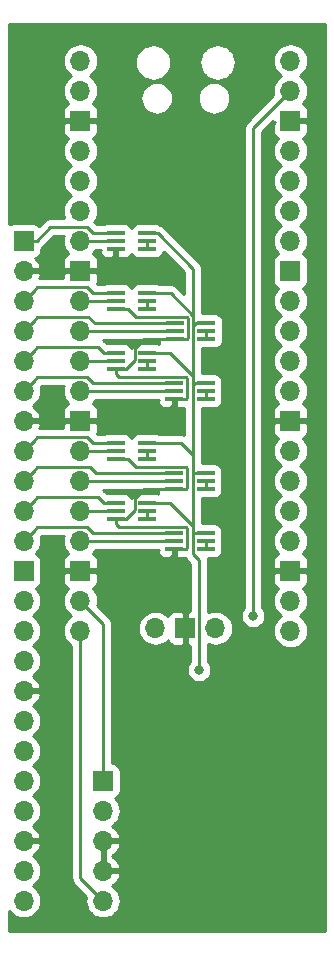
<source format=gbr>
G04 #@! TF.GenerationSoftware,KiCad,Pcbnew,(5.1.4-0-10_14)*
G04 #@! TF.CreationDate,2021-03-06T18:41:09+00:00*
G04 #@! TF.ProjectId,DriverBoard,44726976-6572-4426-9f61-72642e6b6963,rev?*
G04 #@! TF.SameCoordinates,Original*
G04 #@! TF.FileFunction,Copper,L2,Bot*
G04 #@! TF.FilePolarity,Positive*
%FSLAX46Y46*%
G04 Gerber Fmt 4.6, Leading zero omitted, Abs format (unit mm)*
G04 Created by KiCad (PCBNEW (5.1.4-0-10_14)) date 2021-03-06 18:41:09*
%MOMM*%
%LPD*%
G04 APERTURE LIST*
%ADD10R,1.700000X1.700000*%
%ADD11O,1.700000X1.700000*%
%ADD12R,1.500000X0.400000*%
%ADD13C,0.800000*%
%ADD14C,0.250000*%
%ADD15C,0.254000*%
G04 APERTURE END LIST*
D10*
X59309000Y-85090000D03*
D11*
X59309000Y-87630000D03*
X59309000Y-90170000D03*
X59309000Y-92710000D03*
X59309000Y-95250000D03*
X57393840Y-24130000D03*
X57393840Y-26670000D03*
D10*
X57393840Y-29210000D03*
D11*
X57393840Y-31750000D03*
X57393840Y-34290000D03*
X57393840Y-36830000D03*
X57393840Y-39370000D03*
D10*
X57393840Y-41910000D03*
D11*
X57393840Y-44450000D03*
X57393840Y-46990000D03*
X57393840Y-49530000D03*
X57393840Y-52070000D03*
D10*
X57393840Y-54610000D03*
D11*
X57393840Y-57150000D03*
X57393840Y-59690000D03*
X57393840Y-62230000D03*
X57393840Y-64770000D03*
D10*
X57393840Y-67310000D03*
D11*
X57393840Y-69850000D03*
X57393840Y-72390000D03*
X75173840Y-72390000D03*
X75173840Y-69850000D03*
D10*
X75173840Y-67310000D03*
D11*
X75173840Y-64770000D03*
X75173840Y-62230000D03*
X75173840Y-59690000D03*
X75173840Y-57150000D03*
D10*
X75173840Y-54610000D03*
D11*
X75173840Y-52070000D03*
X75173840Y-49530000D03*
X75173840Y-46990000D03*
X75173840Y-44450000D03*
D10*
X75173840Y-41910000D03*
D11*
X75173840Y-39370000D03*
X75173840Y-36830000D03*
X75173840Y-34290000D03*
X75173840Y-31750000D03*
D10*
X75173840Y-29210000D03*
D11*
X75173840Y-26670000D03*
X75173840Y-24130000D03*
X63743840Y-72160000D03*
D10*
X66283840Y-72160000D03*
D11*
X68823840Y-72160000D03*
D10*
X52578000Y-39370000D03*
D11*
X52578000Y-41910000D03*
X52578000Y-44450000D03*
X52578000Y-46990000D03*
X52578000Y-49530000D03*
X52578000Y-52070000D03*
X52578000Y-54610000D03*
X52578000Y-57150000D03*
X52578000Y-59690000D03*
X52578000Y-62230000D03*
X52578000Y-64770000D03*
D10*
X52578000Y-67310000D03*
D11*
X52578000Y-69850000D03*
X52578000Y-72390000D03*
X52578000Y-74930000D03*
X52578000Y-77470000D03*
X52578000Y-80010000D03*
X52578000Y-82550000D03*
X52578000Y-85090000D03*
X52578000Y-87630000D03*
X52578000Y-90170000D03*
X52578000Y-92710000D03*
X52578000Y-95250000D03*
D12*
X65345000Y-65420000D03*
X65345000Y-64770000D03*
X65345000Y-64120000D03*
X68005000Y-64120000D03*
X68005000Y-64770000D03*
X68005000Y-65420000D03*
X60392000Y-62880000D03*
X60392000Y-62230000D03*
X60392000Y-61580000D03*
X63052000Y-61580000D03*
X63052000Y-62230000D03*
X63052000Y-62880000D03*
X65345000Y-60340000D03*
X65345000Y-59690000D03*
X65345000Y-59040000D03*
X68005000Y-59040000D03*
X68005000Y-59690000D03*
X68005000Y-60340000D03*
X63052000Y-57800000D03*
X63052000Y-57150000D03*
X63052000Y-56500000D03*
X60392000Y-56500000D03*
X60392000Y-57150000D03*
X60392000Y-57800000D03*
X68005000Y-52720000D03*
X68005000Y-52070000D03*
X68005000Y-51420000D03*
X65345000Y-51420000D03*
X65345000Y-52070000D03*
X65345000Y-52720000D03*
X63052000Y-40020000D03*
X63052000Y-39370000D03*
X63052000Y-38720000D03*
X60392000Y-38720000D03*
X60392000Y-39370000D03*
X60392000Y-40020000D03*
X63052000Y-45100000D03*
X63052000Y-44450000D03*
X63052000Y-43800000D03*
X60392000Y-43800000D03*
X60392000Y-44450000D03*
X60392000Y-45100000D03*
X65405000Y-47640000D03*
X65405000Y-46990000D03*
X65405000Y-46340000D03*
X68065000Y-46340000D03*
X68065000Y-46990000D03*
X68065000Y-47640000D03*
X60392000Y-50180000D03*
X60392000Y-49530000D03*
X60392000Y-48880000D03*
X63052000Y-48880000D03*
X63052000Y-49530000D03*
X63052000Y-50180000D03*
D13*
X67437000Y-75692000D03*
X72009000Y-71120000D03*
D14*
X66929999Y-64195001D02*
X67005000Y-64120000D01*
X67005000Y-64120000D02*
X68005000Y-64120000D01*
X66929999Y-63533587D02*
X66929999Y-64195001D01*
X64976412Y-61580000D02*
X66929999Y-63533587D01*
X63052000Y-61580000D02*
X64976412Y-61580000D01*
X67005000Y-59040000D02*
X66929999Y-59115001D01*
X66929999Y-59115001D02*
X66929999Y-63533587D01*
X68005000Y-59040000D02*
X67005000Y-59040000D01*
X65915000Y-56500000D02*
X66929999Y-57514999D01*
X66929999Y-57514999D02*
X66929999Y-59115001D01*
X63052000Y-56500000D02*
X65915000Y-56500000D01*
X66929999Y-51609999D02*
X66929999Y-57514999D01*
X67119998Y-51420000D02*
X66929999Y-51609999D01*
X68005000Y-51420000D02*
X67119998Y-51420000D01*
X66929999Y-50833587D02*
X66929999Y-51609999D01*
X64976412Y-48880000D02*
X66929999Y-50833587D01*
X63052000Y-48880000D02*
X64976412Y-48880000D01*
X67179998Y-46340000D02*
X66930011Y-46589987D01*
X66930011Y-50833575D02*
X66929999Y-50833587D01*
X66930011Y-46589987D02*
X66930011Y-50833575D01*
X68065000Y-46340000D02*
X67179998Y-46340000D01*
X66930011Y-45693599D02*
X66930011Y-46589987D01*
X65036412Y-43800000D02*
X66930011Y-45693599D01*
X63052000Y-43800000D02*
X65036412Y-43800000D01*
X66930011Y-41713009D02*
X66930011Y-45693599D01*
X63937002Y-38720000D02*
X66930011Y-41713009D01*
X63052000Y-38720000D02*
X63937002Y-38720000D01*
X67458841Y-66408843D02*
X66929999Y-65880001D01*
X67458841Y-75104474D02*
X67458841Y-66408843D01*
X66929999Y-65880001D02*
X66929999Y-64195001D01*
X67458841Y-75670159D02*
X67437000Y-75692000D01*
X67458841Y-75104474D02*
X67458841Y-75670159D01*
X72009000Y-29834840D02*
X75173840Y-26670000D01*
X72009000Y-71120000D02*
X72009000Y-29834840D01*
X57393840Y-39370000D02*
X60392000Y-39370000D01*
X66345000Y-65420000D02*
X65345000Y-65420000D01*
X66420001Y-65344999D02*
X66345000Y-65420000D01*
X66420001Y-63659999D02*
X66420001Y-65344999D01*
X60656999Y-63594999D02*
X66355001Y-63594999D01*
X60392000Y-63330000D02*
X60656999Y-63594999D01*
X66355001Y-63594999D02*
X66420001Y-63659999D01*
X60392000Y-62880000D02*
X60392000Y-63330000D01*
X66345000Y-60340000D02*
X65345000Y-60340000D01*
X66420001Y-60264999D02*
X66345000Y-60340000D01*
X66420001Y-58579999D02*
X66420001Y-60264999D01*
X66355001Y-58514999D02*
X66420001Y-58579999D01*
X61392000Y-57800000D02*
X62106999Y-58514999D01*
X62106999Y-58514999D02*
X66355001Y-58514999D01*
X60392000Y-57800000D02*
X61392000Y-57800000D01*
X64345000Y-60340000D02*
X65345000Y-60340000D01*
X62756998Y-60340000D02*
X64345000Y-60340000D01*
X61976999Y-61119999D02*
X62756998Y-60340000D01*
X61976999Y-62180003D02*
X61976999Y-61119999D01*
X61277002Y-62880000D02*
X61976999Y-62180003D01*
X60392000Y-62880000D02*
X61277002Y-62880000D01*
X65345000Y-65870000D02*
X65345000Y-65420000D01*
X63905000Y-67310000D02*
X65345000Y-65870000D01*
X57393840Y-67310000D02*
X63905000Y-67310000D01*
X65345000Y-53170000D02*
X65345000Y-52720000D01*
X63905000Y-54610000D02*
X65345000Y-53170000D01*
X57393840Y-54610000D02*
X63905000Y-54610000D01*
X66420001Y-52644999D02*
X66345000Y-52720000D01*
X66420001Y-50959999D02*
X66420001Y-52644999D01*
X66355001Y-50894999D02*
X66420001Y-50959999D01*
X66345000Y-52720000D02*
X65345000Y-52720000D01*
X60656999Y-50894999D02*
X66355001Y-50894999D01*
X60392000Y-50630000D02*
X60656999Y-50894999D01*
X60392000Y-50180000D02*
X60392000Y-50630000D01*
X64405000Y-47640000D02*
X65405000Y-47640000D01*
X62756998Y-47640000D02*
X64405000Y-47640000D01*
X61976999Y-48419999D02*
X62756998Y-47640000D01*
X61976999Y-49480003D02*
X61976999Y-48419999D01*
X61277002Y-50180000D02*
X61976999Y-49480003D01*
X60392000Y-50180000D02*
X61277002Y-50180000D01*
X66480001Y-47564999D02*
X66405000Y-47640000D01*
X66480001Y-45879999D02*
X66480001Y-47564999D01*
X66415001Y-45814999D02*
X66480001Y-45879999D01*
X62106999Y-45814999D02*
X66415001Y-45814999D01*
X61392000Y-45100000D02*
X62106999Y-45814999D01*
X66405000Y-47640000D02*
X65405000Y-47640000D01*
X60392000Y-45100000D02*
X61392000Y-45100000D01*
X60392000Y-40470000D02*
X60392000Y-40020000D01*
X58952000Y-41910000D02*
X60392000Y-40470000D01*
X57393840Y-41910000D02*
X58952000Y-41910000D01*
X57393840Y-44450000D02*
X60392000Y-44450000D01*
X57393840Y-46990000D02*
X65405000Y-46990000D01*
X57393840Y-49530000D02*
X60392000Y-49530000D01*
X57393840Y-52070000D02*
X65345000Y-52070000D01*
X57393840Y-57150000D02*
X60392000Y-57150000D01*
X57393840Y-62230000D02*
X60392000Y-62230000D01*
X57393840Y-64770000D02*
X65345000Y-64770000D01*
X59309000Y-71765160D02*
X57393840Y-69850000D01*
X59309000Y-85090000D02*
X59309000Y-71765160D01*
X57393840Y-93334840D02*
X59309000Y-95250000D01*
X57393840Y-72390000D02*
X57393840Y-93334840D01*
X54853001Y-38194999D02*
X53678000Y-39370000D01*
X53678000Y-39370000D02*
X52578000Y-39370000D01*
X57957841Y-38194999D02*
X54853001Y-38194999D01*
X58482842Y-38720000D02*
X57957841Y-38194999D01*
X60392000Y-38720000D02*
X58482842Y-38720000D01*
X53753001Y-43274999D02*
X53427999Y-43600001D01*
X58482842Y-43800000D02*
X57957841Y-43274999D01*
X53427999Y-43600001D02*
X52578000Y-44450000D01*
X57957841Y-43274999D02*
X53753001Y-43274999D01*
X60392000Y-43800000D02*
X58482842Y-43800000D01*
X53427999Y-46140001D02*
X52578000Y-46990000D01*
X53753001Y-45814999D02*
X53427999Y-46140001D01*
X58596002Y-46340000D02*
X58071001Y-45814999D01*
X65405000Y-46340000D02*
X58596002Y-46340000D01*
X58071001Y-45814999D02*
X53753001Y-45814999D01*
X53427999Y-48680001D02*
X52578000Y-49530000D01*
X53753001Y-48354999D02*
X53427999Y-48680001D01*
X58866999Y-48354999D02*
X53753001Y-48354999D01*
X59392000Y-48880000D02*
X58866999Y-48354999D01*
X60392000Y-48880000D02*
X59392000Y-48880000D01*
X57957841Y-50894999D02*
X53753001Y-50894999D01*
X53427999Y-51220001D02*
X52578000Y-52070000D01*
X58482842Y-51420000D02*
X57957841Y-50894999D01*
X53753001Y-50894999D02*
X53427999Y-51220001D01*
X65345000Y-51420000D02*
X58482842Y-51420000D01*
X53427999Y-56300001D02*
X52578000Y-57150000D01*
X53753001Y-55974999D02*
X53427999Y-56300001D01*
X57957841Y-55974999D02*
X53753001Y-55974999D01*
X58482842Y-56500000D02*
X57957841Y-55974999D01*
X60392000Y-56500000D02*
X58482842Y-56500000D01*
X53427999Y-58840001D02*
X52578000Y-59690000D01*
X53753001Y-58514999D02*
X53427999Y-58840001D01*
X65345000Y-59040000D02*
X58723002Y-59040000D01*
X58723002Y-59040000D02*
X58198001Y-58514999D01*
X58198001Y-58514999D02*
X53753001Y-58514999D01*
X53427999Y-61380001D02*
X52578000Y-62230000D01*
X53753001Y-61054999D02*
X53427999Y-61380001D01*
X58866999Y-61054999D02*
X53753001Y-61054999D01*
X59392000Y-61580000D02*
X58866999Y-61054999D01*
X60392000Y-61580000D02*
X59392000Y-61580000D01*
X53753001Y-63594999D02*
X53427999Y-63920001D01*
X57957841Y-63594999D02*
X53753001Y-63594999D01*
X58482842Y-64120000D02*
X57957841Y-63594999D01*
X53427999Y-63920001D02*
X52578000Y-64770000D01*
X65345000Y-64120000D02*
X58482842Y-64120000D01*
X68005000Y-65420000D02*
X68005000Y-64770000D01*
X63052000Y-62880000D02*
X63052000Y-62230000D01*
X57393840Y-59690000D02*
X65345000Y-59690000D01*
X68005000Y-60340000D02*
X68005000Y-59690000D01*
X63052000Y-57800000D02*
X63052000Y-57150000D01*
X68005000Y-52720000D02*
X68005000Y-52070000D01*
X63052000Y-40020000D02*
X63052000Y-39370000D01*
X63052000Y-45100000D02*
X63052000Y-44450000D01*
X68065000Y-47640000D02*
X68065000Y-46990000D01*
X63052000Y-50180000D02*
X63052000Y-49530000D01*
D15*
G36*
X78107940Y-97777700D02*
G01*
X51388880Y-97777700D01*
X51388880Y-96141872D01*
X51522866Y-96305134D01*
X51748986Y-96490706D01*
X52006966Y-96628599D01*
X52286889Y-96713513D01*
X52505050Y-96735000D01*
X52650950Y-96735000D01*
X52869111Y-96713513D01*
X53149034Y-96628599D01*
X53407014Y-96490706D01*
X53633134Y-96305134D01*
X53818706Y-96079014D01*
X53956599Y-95821034D01*
X54041513Y-95541111D01*
X54070185Y-95250000D01*
X54041513Y-94958889D01*
X53956599Y-94678966D01*
X53818706Y-94420986D01*
X53633134Y-94194866D01*
X53407014Y-94009294D01*
X53352209Y-93980000D01*
X53407014Y-93950706D01*
X53633134Y-93765134D01*
X53818706Y-93539014D01*
X53956599Y-93281034D01*
X54041513Y-93001111D01*
X54070185Y-92710000D01*
X54041513Y-92418889D01*
X53956599Y-92138966D01*
X53818706Y-91880986D01*
X53633134Y-91654866D01*
X53407014Y-91469294D01*
X53342477Y-91434799D01*
X53459355Y-91365178D01*
X53675588Y-91170269D01*
X53849641Y-90936920D01*
X53974825Y-90674099D01*
X54019476Y-90526890D01*
X53898155Y-90297000D01*
X52705000Y-90297000D01*
X52705000Y-90317000D01*
X52451000Y-90317000D01*
X52451000Y-90297000D01*
X52431000Y-90297000D01*
X52431000Y-90043000D01*
X52451000Y-90043000D01*
X52451000Y-90023000D01*
X52705000Y-90023000D01*
X52705000Y-90043000D01*
X53898155Y-90043000D01*
X54019476Y-89813110D01*
X53974825Y-89665901D01*
X53849641Y-89403080D01*
X53675588Y-89169731D01*
X53459355Y-88974822D01*
X53342477Y-88905201D01*
X53407014Y-88870706D01*
X53633134Y-88685134D01*
X53818706Y-88459014D01*
X53956599Y-88201034D01*
X54041513Y-87921111D01*
X54070185Y-87630000D01*
X54041513Y-87338889D01*
X53956599Y-87058966D01*
X53818706Y-86800986D01*
X53633134Y-86574866D01*
X53407014Y-86389294D01*
X53352209Y-86360000D01*
X53407014Y-86330706D01*
X53633134Y-86145134D01*
X53818706Y-85919014D01*
X53956599Y-85661034D01*
X54041513Y-85381111D01*
X54070185Y-85090000D01*
X54041513Y-84798889D01*
X53956599Y-84518966D01*
X53818706Y-84260986D01*
X53633134Y-84034866D01*
X53407014Y-83849294D01*
X53352209Y-83820000D01*
X53407014Y-83790706D01*
X53633134Y-83605134D01*
X53818706Y-83379014D01*
X53956599Y-83121034D01*
X54041513Y-82841111D01*
X54070185Y-82550000D01*
X54041513Y-82258889D01*
X53956599Y-81978966D01*
X53818706Y-81720986D01*
X53633134Y-81494866D01*
X53407014Y-81309294D01*
X53352209Y-81280000D01*
X53407014Y-81250706D01*
X53633134Y-81065134D01*
X53818706Y-80839014D01*
X53956599Y-80581034D01*
X54041513Y-80301111D01*
X54070185Y-80010000D01*
X54041513Y-79718889D01*
X53956599Y-79438966D01*
X53818706Y-79180986D01*
X53633134Y-78954866D01*
X53407014Y-78769294D01*
X53342477Y-78734799D01*
X53459355Y-78665178D01*
X53675588Y-78470269D01*
X53849641Y-78236920D01*
X53974825Y-77974099D01*
X54019476Y-77826890D01*
X53898155Y-77597000D01*
X52705000Y-77597000D01*
X52705000Y-77617000D01*
X52451000Y-77617000D01*
X52451000Y-77597000D01*
X52431000Y-77597000D01*
X52431000Y-77343000D01*
X52451000Y-77343000D01*
X52451000Y-77323000D01*
X52705000Y-77323000D01*
X52705000Y-77343000D01*
X53898155Y-77343000D01*
X54019476Y-77113110D01*
X53974825Y-76965901D01*
X53849641Y-76703080D01*
X53675588Y-76469731D01*
X53459355Y-76274822D01*
X53342477Y-76205201D01*
X53407014Y-76170706D01*
X53633134Y-75985134D01*
X53818706Y-75759014D01*
X53956599Y-75501034D01*
X54041513Y-75221111D01*
X54070185Y-74930000D01*
X54041513Y-74638889D01*
X53956599Y-74358966D01*
X53818706Y-74100986D01*
X53633134Y-73874866D01*
X53407014Y-73689294D01*
X53352209Y-73660000D01*
X53407014Y-73630706D01*
X53633134Y-73445134D01*
X53818706Y-73219014D01*
X53956599Y-72961034D01*
X54041513Y-72681111D01*
X54070185Y-72390000D01*
X54041513Y-72098889D01*
X53956599Y-71818966D01*
X53818706Y-71560986D01*
X53633134Y-71334866D01*
X53407014Y-71149294D01*
X53352209Y-71120000D01*
X53407014Y-71090706D01*
X53633134Y-70905134D01*
X53818706Y-70679014D01*
X53956599Y-70421034D01*
X54041513Y-70141111D01*
X54070185Y-69850000D01*
X55901655Y-69850000D01*
X55930327Y-70141111D01*
X56015241Y-70421034D01*
X56153134Y-70679014D01*
X56338706Y-70905134D01*
X56564826Y-71090706D01*
X56619631Y-71120000D01*
X56564826Y-71149294D01*
X56338706Y-71334866D01*
X56153134Y-71560986D01*
X56015241Y-71818966D01*
X55930327Y-72098889D01*
X55901655Y-72390000D01*
X55930327Y-72681111D01*
X56015241Y-72961034D01*
X56153134Y-73219014D01*
X56338706Y-73445134D01*
X56564826Y-73630706D01*
X56633840Y-73667595D01*
X56633841Y-93297507D01*
X56630164Y-93334840D01*
X56644838Y-93483825D01*
X56688294Y-93627086D01*
X56758866Y-93759116D01*
X56830041Y-93845842D01*
X56853840Y-93874841D01*
X56882838Y-93898639D01*
X57868203Y-94884005D01*
X57845487Y-94958889D01*
X57816815Y-95250000D01*
X57845487Y-95541111D01*
X57930401Y-95821034D01*
X58068294Y-96079014D01*
X58253866Y-96305134D01*
X58479986Y-96490706D01*
X58737966Y-96628599D01*
X59017889Y-96713513D01*
X59236050Y-96735000D01*
X59381950Y-96735000D01*
X59600111Y-96713513D01*
X59880034Y-96628599D01*
X60138014Y-96490706D01*
X60364134Y-96305134D01*
X60549706Y-96079014D01*
X60687599Y-95821034D01*
X60772513Y-95541111D01*
X60801185Y-95250000D01*
X60772513Y-94958889D01*
X60687599Y-94678966D01*
X60549706Y-94420986D01*
X60364134Y-94194866D01*
X60138014Y-94009294D01*
X60073477Y-93974799D01*
X60190355Y-93905178D01*
X60406588Y-93710269D01*
X60580641Y-93476920D01*
X60705825Y-93214099D01*
X60750476Y-93066890D01*
X60629155Y-92837000D01*
X59436000Y-92837000D01*
X59436000Y-92857000D01*
X59182000Y-92857000D01*
X59182000Y-92837000D01*
X59162000Y-92837000D01*
X59162000Y-92583000D01*
X59182000Y-92583000D01*
X59182000Y-90297000D01*
X59436000Y-90297000D01*
X59436000Y-92583000D01*
X60629155Y-92583000D01*
X60750476Y-92353110D01*
X60705825Y-92205901D01*
X60580641Y-91943080D01*
X60406588Y-91709731D01*
X60190355Y-91514822D01*
X60064745Y-91440000D01*
X60190355Y-91365178D01*
X60406588Y-91170269D01*
X60580641Y-90936920D01*
X60705825Y-90674099D01*
X60750476Y-90526890D01*
X60629155Y-90297000D01*
X59436000Y-90297000D01*
X59182000Y-90297000D01*
X59162000Y-90297000D01*
X59162000Y-90043000D01*
X59182000Y-90043000D01*
X59182000Y-90023000D01*
X59436000Y-90023000D01*
X59436000Y-90043000D01*
X60629155Y-90043000D01*
X60750476Y-89813110D01*
X60705825Y-89665901D01*
X60580641Y-89403080D01*
X60406588Y-89169731D01*
X60190355Y-88974822D01*
X60073477Y-88905201D01*
X60138014Y-88870706D01*
X60364134Y-88685134D01*
X60549706Y-88459014D01*
X60687599Y-88201034D01*
X60772513Y-87921111D01*
X60801185Y-87630000D01*
X60772513Y-87338889D01*
X60687599Y-87058966D01*
X60549706Y-86800986D01*
X60364134Y-86574866D01*
X60334313Y-86550393D01*
X60403180Y-86529502D01*
X60513494Y-86470537D01*
X60610185Y-86391185D01*
X60689537Y-86294494D01*
X60748502Y-86184180D01*
X60784812Y-86064482D01*
X60797072Y-85940000D01*
X60797072Y-84240000D01*
X60784812Y-84115518D01*
X60748502Y-83995820D01*
X60689537Y-83885506D01*
X60610185Y-83788815D01*
X60513494Y-83709463D01*
X60403180Y-83650498D01*
X60283482Y-83614188D01*
X60159000Y-83601928D01*
X60069000Y-83601928D01*
X60069000Y-72160000D01*
X62251655Y-72160000D01*
X62280327Y-72451111D01*
X62365241Y-72731034D01*
X62503134Y-72989014D01*
X62688706Y-73215134D01*
X62914826Y-73400706D01*
X63172806Y-73538599D01*
X63452729Y-73623513D01*
X63670890Y-73645000D01*
X63816790Y-73645000D01*
X64034951Y-73623513D01*
X64314874Y-73538599D01*
X64572854Y-73400706D01*
X64798974Y-73215134D01*
X64823447Y-73185313D01*
X64844338Y-73254180D01*
X64903303Y-73364494D01*
X64982655Y-73461185D01*
X65079346Y-73540537D01*
X65189660Y-73599502D01*
X65309358Y-73635812D01*
X65433840Y-73648072D01*
X65998090Y-73645000D01*
X66156840Y-73486250D01*
X66156840Y-72287000D01*
X66136840Y-72287000D01*
X66136840Y-72033000D01*
X66156840Y-72033000D01*
X66156840Y-70833750D01*
X65998090Y-70675000D01*
X65433840Y-70671928D01*
X65309358Y-70684188D01*
X65189660Y-70720498D01*
X65079346Y-70779463D01*
X64982655Y-70858815D01*
X64903303Y-70955506D01*
X64844338Y-71065820D01*
X64823447Y-71134687D01*
X64798974Y-71104866D01*
X64572854Y-70919294D01*
X64314874Y-70781401D01*
X64034951Y-70696487D01*
X63816790Y-70675000D01*
X63670890Y-70675000D01*
X63452729Y-70696487D01*
X63172806Y-70781401D01*
X62914826Y-70919294D01*
X62688706Y-71104866D01*
X62503134Y-71330986D01*
X62365241Y-71588966D01*
X62280327Y-71868889D01*
X62251655Y-72160000D01*
X60069000Y-72160000D01*
X60069000Y-71802482D01*
X60072676Y-71765159D01*
X60069000Y-71727836D01*
X60069000Y-71727827D01*
X60058003Y-71616174D01*
X60014546Y-71472913D01*
X59943974Y-71340884D01*
X59849001Y-71225159D01*
X59820003Y-71201361D01*
X58834637Y-70215995D01*
X58857353Y-70141111D01*
X58886025Y-69850000D01*
X58857353Y-69558889D01*
X58772439Y-69278966D01*
X58634546Y-69020986D01*
X58448974Y-68794866D01*
X58419153Y-68770393D01*
X58488020Y-68749502D01*
X58598334Y-68690537D01*
X58695025Y-68611185D01*
X58774377Y-68514494D01*
X58833342Y-68404180D01*
X58869652Y-68284482D01*
X58881912Y-68160000D01*
X58878840Y-67595750D01*
X58720090Y-67437000D01*
X57520840Y-67437000D01*
X57520840Y-67457000D01*
X57266840Y-67457000D01*
X57266840Y-67437000D01*
X56067590Y-67437000D01*
X55908840Y-67595750D01*
X55905768Y-68160000D01*
X55918028Y-68284482D01*
X55954338Y-68404180D01*
X56013303Y-68514494D01*
X56092655Y-68611185D01*
X56189346Y-68690537D01*
X56299660Y-68749502D01*
X56368527Y-68770393D01*
X56338706Y-68794866D01*
X56153134Y-69020986D01*
X56015241Y-69278966D01*
X55930327Y-69558889D01*
X55901655Y-69850000D01*
X54070185Y-69850000D01*
X54041513Y-69558889D01*
X53956599Y-69278966D01*
X53818706Y-69020986D01*
X53633134Y-68794866D01*
X53603313Y-68770393D01*
X53672180Y-68749502D01*
X53782494Y-68690537D01*
X53879185Y-68611185D01*
X53958537Y-68514494D01*
X54017502Y-68404180D01*
X54053812Y-68284482D01*
X54066072Y-68160000D01*
X54066072Y-66460000D01*
X54053812Y-66335518D01*
X54017502Y-66215820D01*
X53958537Y-66105506D01*
X53879185Y-66008815D01*
X53782494Y-65929463D01*
X53672180Y-65870498D01*
X53603313Y-65849607D01*
X53633134Y-65825134D01*
X53818706Y-65599014D01*
X53956599Y-65341034D01*
X54041513Y-65061111D01*
X54070185Y-64770000D01*
X54041513Y-64478889D01*
X54018797Y-64404004D01*
X54067802Y-64354999D01*
X55967909Y-64354999D01*
X55930327Y-64478889D01*
X55901655Y-64770000D01*
X55930327Y-65061111D01*
X56015241Y-65341034D01*
X56153134Y-65599014D01*
X56338706Y-65825134D01*
X56368527Y-65849607D01*
X56299660Y-65870498D01*
X56189346Y-65929463D01*
X56092655Y-66008815D01*
X56013303Y-66105506D01*
X55954338Y-66215820D01*
X55918028Y-66335518D01*
X55905768Y-66460000D01*
X55908840Y-67024250D01*
X56067590Y-67183000D01*
X57266840Y-67183000D01*
X57266840Y-67163000D01*
X57520840Y-67163000D01*
X57520840Y-67183000D01*
X58720090Y-67183000D01*
X58878840Y-67024250D01*
X58881912Y-66460000D01*
X58869652Y-66335518D01*
X58833342Y-66215820D01*
X58774377Y-66105506D01*
X58695025Y-66008815D01*
X58598334Y-65929463D01*
X58488020Y-65870498D01*
X58419153Y-65849607D01*
X58448974Y-65825134D01*
X58634546Y-65599014D01*
X58671435Y-65530000D01*
X63960000Y-65530000D01*
X63960000Y-65547002D01*
X64064748Y-65547002D01*
X63960000Y-65651750D01*
X63971109Y-65753773D01*
X64009194Y-65872918D01*
X64069792Y-65982343D01*
X64150574Y-66077844D01*
X64248434Y-66155750D01*
X64359613Y-66213067D01*
X64479838Y-66247593D01*
X64604488Y-66258001D01*
X65059250Y-66255000D01*
X65218000Y-66096250D01*
X65218000Y-65608072D01*
X65472000Y-65608072D01*
X65472000Y-66096250D01*
X65630750Y-66255000D01*
X66085512Y-66258001D01*
X66210162Y-66247593D01*
X66257465Y-66234008D01*
X66295025Y-66304277D01*
X66320664Y-66335518D01*
X66389998Y-66420002D01*
X66419001Y-66443804D01*
X66698842Y-66723646D01*
X66698842Y-70674296D01*
X66569590Y-70675000D01*
X66410840Y-70833750D01*
X66410840Y-72033000D01*
X66430840Y-72033000D01*
X66430840Y-72287000D01*
X66410840Y-72287000D01*
X66410840Y-73486250D01*
X66569590Y-73645000D01*
X66698841Y-73645704D01*
X66698841Y-74966448D01*
X66633063Y-75032226D01*
X66519795Y-75201744D01*
X66441774Y-75390102D01*
X66402000Y-75590061D01*
X66402000Y-75793939D01*
X66441774Y-75993898D01*
X66519795Y-76182256D01*
X66633063Y-76351774D01*
X66777226Y-76495937D01*
X66946744Y-76609205D01*
X67135102Y-76687226D01*
X67335061Y-76727000D01*
X67538939Y-76727000D01*
X67738898Y-76687226D01*
X67927256Y-76609205D01*
X68096774Y-76495937D01*
X68240937Y-76351774D01*
X68354205Y-76182256D01*
X68432226Y-75993898D01*
X68472000Y-75793939D01*
X68472000Y-75590061D01*
X68432226Y-75390102D01*
X68354205Y-75201744D01*
X68240937Y-75032226D01*
X68218841Y-75010130D01*
X68218841Y-73520444D01*
X68252806Y-73538599D01*
X68532729Y-73623513D01*
X68750890Y-73645000D01*
X68896790Y-73645000D01*
X69114951Y-73623513D01*
X69394874Y-73538599D01*
X69652854Y-73400706D01*
X69878974Y-73215134D01*
X70064546Y-72989014D01*
X70202439Y-72731034D01*
X70287353Y-72451111D01*
X70316025Y-72160000D01*
X70287353Y-71868889D01*
X70202439Y-71588966D01*
X70064546Y-71330986D01*
X69878974Y-71104866D01*
X69773202Y-71018061D01*
X70974000Y-71018061D01*
X70974000Y-71221939D01*
X71013774Y-71421898D01*
X71091795Y-71610256D01*
X71205063Y-71779774D01*
X71349226Y-71923937D01*
X71518744Y-72037205D01*
X71707102Y-72115226D01*
X71907061Y-72155000D01*
X72110939Y-72155000D01*
X72310898Y-72115226D01*
X72499256Y-72037205D01*
X72668774Y-71923937D01*
X72812937Y-71779774D01*
X72926205Y-71610256D01*
X73004226Y-71421898D01*
X73044000Y-71221939D01*
X73044000Y-71018061D01*
X73004226Y-70818102D01*
X72926205Y-70629744D01*
X72812937Y-70460226D01*
X72769000Y-70416289D01*
X72769000Y-69850000D01*
X73681655Y-69850000D01*
X73710327Y-70141111D01*
X73795241Y-70421034D01*
X73933134Y-70679014D01*
X74118706Y-70905134D01*
X74344826Y-71090706D01*
X74399631Y-71120000D01*
X74344826Y-71149294D01*
X74118706Y-71334866D01*
X73933134Y-71560986D01*
X73795241Y-71818966D01*
X73710327Y-72098889D01*
X73681655Y-72390000D01*
X73710327Y-72681111D01*
X73795241Y-72961034D01*
X73933134Y-73219014D01*
X74118706Y-73445134D01*
X74344826Y-73630706D01*
X74602806Y-73768599D01*
X74882729Y-73853513D01*
X75100890Y-73875000D01*
X75246790Y-73875000D01*
X75464951Y-73853513D01*
X75744874Y-73768599D01*
X76002854Y-73630706D01*
X76228974Y-73445134D01*
X76414546Y-73219014D01*
X76552439Y-72961034D01*
X76637353Y-72681111D01*
X76666025Y-72390000D01*
X76637353Y-72098889D01*
X76552439Y-71818966D01*
X76414546Y-71560986D01*
X76228974Y-71334866D01*
X76002854Y-71149294D01*
X75948049Y-71120000D01*
X76002854Y-71090706D01*
X76228974Y-70905134D01*
X76414546Y-70679014D01*
X76552439Y-70421034D01*
X76637353Y-70141111D01*
X76666025Y-69850000D01*
X76637353Y-69558889D01*
X76552439Y-69278966D01*
X76414546Y-69020986D01*
X76228974Y-68794866D01*
X76199153Y-68770393D01*
X76268020Y-68749502D01*
X76378334Y-68690537D01*
X76475025Y-68611185D01*
X76554377Y-68514494D01*
X76613342Y-68404180D01*
X76649652Y-68284482D01*
X76661912Y-68160000D01*
X76658840Y-67595750D01*
X76500090Y-67437000D01*
X75300840Y-67437000D01*
X75300840Y-67457000D01*
X75046840Y-67457000D01*
X75046840Y-67437000D01*
X73847590Y-67437000D01*
X73688840Y-67595750D01*
X73685768Y-68160000D01*
X73698028Y-68284482D01*
X73734338Y-68404180D01*
X73793303Y-68514494D01*
X73872655Y-68611185D01*
X73969346Y-68690537D01*
X74079660Y-68749502D01*
X74148527Y-68770393D01*
X74118706Y-68794866D01*
X73933134Y-69020986D01*
X73795241Y-69278966D01*
X73710327Y-69558889D01*
X73681655Y-69850000D01*
X72769000Y-69850000D01*
X72769000Y-57150000D01*
X73681655Y-57150000D01*
X73710327Y-57441111D01*
X73795241Y-57721034D01*
X73933134Y-57979014D01*
X74118706Y-58205134D01*
X74344826Y-58390706D01*
X74399631Y-58420000D01*
X74344826Y-58449294D01*
X74118706Y-58634866D01*
X73933134Y-58860986D01*
X73795241Y-59118966D01*
X73710327Y-59398889D01*
X73681655Y-59690000D01*
X73710327Y-59981111D01*
X73795241Y-60261034D01*
X73933134Y-60519014D01*
X74118706Y-60745134D01*
X74344826Y-60930706D01*
X74399631Y-60960000D01*
X74344826Y-60989294D01*
X74118706Y-61174866D01*
X73933134Y-61400986D01*
X73795241Y-61658966D01*
X73710327Y-61938889D01*
X73681655Y-62230000D01*
X73710327Y-62521111D01*
X73795241Y-62801034D01*
X73933134Y-63059014D01*
X74118706Y-63285134D01*
X74344826Y-63470706D01*
X74399631Y-63500000D01*
X74344826Y-63529294D01*
X74118706Y-63714866D01*
X73933134Y-63940986D01*
X73795241Y-64198966D01*
X73710327Y-64478889D01*
X73681655Y-64770000D01*
X73710327Y-65061111D01*
X73795241Y-65341034D01*
X73933134Y-65599014D01*
X74118706Y-65825134D01*
X74148527Y-65849607D01*
X74079660Y-65870498D01*
X73969346Y-65929463D01*
X73872655Y-66008815D01*
X73793303Y-66105506D01*
X73734338Y-66215820D01*
X73698028Y-66335518D01*
X73685768Y-66460000D01*
X73688840Y-67024250D01*
X73847590Y-67183000D01*
X75046840Y-67183000D01*
X75046840Y-67163000D01*
X75300840Y-67163000D01*
X75300840Y-67183000D01*
X76500090Y-67183000D01*
X76658840Y-67024250D01*
X76661912Y-66460000D01*
X76649652Y-66335518D01*
X76613342Y-66215820D01*
X76554377Y-66105506D01*
X76475025Y-66008815D01*
X76378334Y-65929463D01*
X76268020Y-65870498D01*
X76199153Y-65849607D01*
X76228974Y-65825134D01*
X76414546Y-65599014D01*
X76552439Y-65341034D01*
X76637353Y-65061111D01*
X76666025Y-64770000D01*
X76637353Y-64478889D01*
X76552439Y-64198966D01*
X76414546Y-63940986D01*
X76228974Y-63714866D01*
X76002854Y-63529294D01*
X75948049Y-63500000D01*
X76002854Y-63470706D01*
X76228974Y-63285134D01*
X76414546Y-63059014D01*
X76552439Y-62801034D01*
X76637353Y-62521111D01*
X76666025Y-62230000D01*
X76637353Y-61938889D01*
X76552439Y-61658966D01*
X76414546Y-61400986D01*
X76228974Y-61174866D01*
X76002854Y-60989294D01*
X75948049Y-60960000D01*
X76002854Y-60930706D01*
X76228974Y-60745134D01*
X76414546Y-60519014D01*
X76552439Y-60261034D01*
X76637353Y-59981111D01*
X76666025Y-59690000D01*
X76637353Y-59398889D01*
X76552439Y-59118966D01*
X76414546Y-58860986D01*
X76228974Y-58634866D01*
X76002854Y-58449294D01*
X75948049Y-58420000D01*
X76002854Y-58390706D01*
X76228974Y-58205134D01*
X76414546Y-57979014D01*
X76552439Y-57721034D01*
X76637353Y-57441111D01*
X76666025Y-57150000D01*
X76637353Y-56858889D01*
X76552439Y-56578966D01*
X76414546Y-56320986D01*
X76228974Y-56094866D01*
X76199153Y-56070393D01*
X76268020Y-56049502D01*
X76378334Y-55990537D01*
X76475025Y-55911185D01*
X76554377Y-55814494D01*
X76613342Y-55704180D01*
X76649652Y-55584482D01*
X76661912Y-55460000D01*
X76658840Y-54895750D01*
X76500090Y-54737000D01*
X75300840Y-54737000D01*
X75300840Y-54757000D01*
X75046840Y-54757000D01*
X75046840Y-54737000D01*
X73847590Y-54737000D01*
X73688840Y-54895750D01*
X73685768Y-55460000D01*
X73698028Y-55584482D01*
X73734338Y-55704180D01*
X73793303Y-55814494D01*
X73872655Y-55911185D01*
X73969346Y-55990537D01*
X74079660Y-56049502D01*
X74148527Y-56070393D01*
X74118706Y-56094866D01*
X73933134Y-56320986D01*
X73795241Y-56578966D01*
X73710327Y-56858889D01*
X73681655Y-57150000D01*
X72769000Y-57150000D01*
X72769000Y-30149641D01*
X73688840Y-29229802D01*
X73688840Y-29337002D01*
X73847588Y-29337002D01*
X73688840Y-29495750D01*
X73685768Y-30060000D01*
X73698028Y-30184482D01*
X73734338Y-30304180D01*
X73793303Y-30414494D01*
X73872655Y-30511185D01*
X73969346Y-30590537D01*
X74079660Y-30649502D01*
X74148527Y-30670393D01*
X74118706Y-30694866D01*
X73933134Y-30920986D01*
X73795241Y-31178966D01*
X73710327Y-31458889D01*
X73681655Y-31750000D01*
X73710327Y-32041111D01*
X73795241Y-32321034D01*
X73933134Y-32579014D01*
X74118706Y-32805134D01*
X74344826Y-32990706D01*
X74399631Y-33020000D01*
X74344826Y-33049294D01*
X74118706Y-33234866D01*
X73933134Y-33460986D01*
X73795241Y-33718966D01*
X73710327Y-33998889D01*
X73681655Y-34290000D01*
X73710327Y-34581111D01*
X73795241Y-34861034D01*
X73933134Y-35119014D01*
X74118706Y-35345134D01*
X74344826Y-35530706D01*
X74399631Y-35560000D01*
X74344826Y-35589294D01*
X74118706Y-35774866D01*
X73933134Y-36000986D01*
X73795241Y-36258966D01*
X73710327Y-36538889D01*
X73681655Y-36830000D01*
X73710327Y-37121111D01*
X73795241Y-37401034D01*
X73933134Y-37659014D01*
X74118706Y-37885134D01*
X74344826Y-38070706D01*
X74399631Y-38100000D01*
X74344826Y-38129294D01*
X74118706Y-38314866D01*
X73933134Y-38540986D01*
X73795241Y-38798966D01*
X73710327Y-39078889D01*
X73681655Y-39370000D01*
X73710327Y-39661111D01*
X73795241Y-39941034D01*
X73933134Y-40199014D01*
X74118706Y-40425134D01*
X74148527Y-40449607D01*
X74079660Y-40470498D01*
X73969346Y-40529463D01*
X73872655Y-40608815D01*
X73793303Y-40705506D01*
X73734338Y-40815820D01*
X73698028Y-40935518D01*
X73685768Y-41060000D01*
X73685768Y-42760000D01*
X73698028Y-42884482D01*
X73734338Y-43004180D01*
X73793303Y-43114494D01*
X73872655Y-43211185D01*
X73969346Y-43290537D01*
X74079660Y-43349502D01*
X74148527Y-43370393D01*
X74118706Y-43394866D01*
X73933134Y-43620986D01*
X73795241Y-43878966D01*
X73710327Y-44158889D01*
X73681655Y-44450000D01*
X73710327Y-44741111D01*
X73795241Y-45021034D01*
X73933134Y-45279014D01*
X74118706Y-45505134D01*
X74344826Y-45690706D01*
X74399631Y-45720000D01*
X74344826Y-45749294D01*
X74118706Y-45934866D01*
X73933134Y-46160986D01*
X73795241Y-46418966D01*
X73710327Y-46698889D01*
X73681655Y-46990000D01*
X73710327Y-47281111D01*
X73795241Y-47561034D01*
X73933134Y-47819014D01*
X74118706Y-48045134D01*
X74344826Y-48230706D01*
X74399631Y-48260000D01*
X74344826Y-48289294D01*
X74118706Y-48474866D01*
X73933134Y-48700986D01*
X73795241Y-48958966D01*
X73710327Y-49238889D01*
X73681655Y-49530000D01*
X73710327Y-49821111D01*
X73795241Y-50101034D01*
X73933134Y-50359014D01*
X74118706Y-50585134D01*
X74344826Y-50770706D01*
X74399631Y-50800000D01*
X74344826Y-50829294D01*
X74118706Y-51014866D01*
X73933134Y-51240986D01*
X73795241Y-51498966D01*
X73710327Y-51778889D01*
X73681655Y-52070000D01*
X73710327Y-52361111D01*
X73795241Y-52641034D01*
X73933134Y-52899014D01*
X74118706Y-53125134D01*
X74148527Y-53149607D01*
X74079660Y-53170498D01*
X73969346Y-53229463D01*
X73872655Y-53308815D01*
X73793303Y-53405506D01*
X73734338Y-53515820D01*
X73698028Y-53635518D01*
X73685768Y-53760000D01*
X73688840Y-54324250D01*
X73847590Y-54483000D01*
X75046840Y-54483000D01*
X75046840Y-54463000D01*
X75300840Y-54463000D01*
X75300840Y-54483000D01*
X76500090Y-54483000D01*
X76658840Y-54324250D01*
X76661912Y-53760000D01*
X76649652Y-53635518D01*
X76613342Y-53515820D01*
X76554377Y-53405506D01*
X76475025Y-53308815D01*
X76378334Y-53229463D01*
X76268020Y-53170498D01*
X76199153Y-53149607D01*
X76228974Y-53125134D01*
X76414546Y-52899014D01*
X76552439Y-52641034D01*
X76637353Y-52361111D01*
X76666025Y-52070000D01*
X76637353Y-51778889D01*
X76552439Y-51498966D01*
X76414546Y-51240986D01*
X76228974Y-51014866D01*
X76002854Y-50829294D01*
X75948049Y-50800000D01*
X76002854Y-50770706D01*
X76228974Y-50585134D01*
X76414546Y-50359014D01*
X76552439Y-50101034D01*
X76637353Y-49821111D01*
X76666025Y-49530000D01*
X76637353Y-49238889D01*
X76552439Y-48958966D01*
X76414546Y-48700986D01*
X76228974Y-48474866D01*
X76002854Y-48289294D01*
X75948049Y-48260000D01*
X76002854Y-48230706D01*
X76228974Y-48045134D01*
X76414546Y-47819014D01*
X76552439Y-47561034D01*
X76637353Y-47281111D01*
X76666025Y-46990000D01*
X76637353Y-46698889D01*
X76552439Y-46418966D01*
X76414546Y-46160986D01*
X76228974Y-45934866D01*
X76002854Y-45749294D01*
X75948049Y-45720000D01*
X76002854Y-45690706D01*
X76228974Y-45505134D01*
X76414546Y-45279014D01*
X76552439Y-45021034D01*
X76637353Y-44741111D01*
X76666025Y-44450000D01*
X76637353Y-44158889D01*
X76552439Y-43878966D01*
X76414546Y-43620986D01*
X76228974Y-43394866D01*
X76199153Y-43370393D01*
X76268020Y-43349502D01*
X76378334Y-43290537D01*
X76475025Y-43211185D01*
X76554377Y-43114494D01*
X76613342Y-43004180D01*
X76649652Y-42884482D01*
X76661912Y-42760000D01*
X76661912Y-41060000D01*
X76649652Y-40935518D01*
X76613342Y-40815820D01*
X76554377Y-40705506D01*
X76475025Y-40608815D01*
X76378334Y-40529463D01*
X76268020Y-40470498D01*
X76199153Y-40449607D01*
X76228974Y-40425134D01*
X76414546Y-40199014D01*
X76552439Y-39941034D01*
X76637353Y-39661111D01*
X76666025Y-39370000D01*
X76637353Y-39078889D01*
X76552439Y-38798966D01*
X76414546Y-38540986D01*
X76228974Y-38314866D01*
X76002854Y-38129294D01*
X75948049Y-38100000D01*
X76002854Y-38070706D01*
X76228974Y-37885134D01*
X76414546Y-37659014D01*
X76552439Y-37401034D01*
X76637353Y-37121111D01*
X76666025Y-36830000D01*
X76637353Y-36538889D01*
X76552439Y-36258966D01*
X76414546Y-36000986D01*
X76228974Y-35774866D01*
X76002854Y-35589294D01*
X75948049Y-35560000D01*
X76002854Y-35530706D01*
X76228974Y-35345134D01*
X76414546Y-35119014D01*
X76552439Y-34861034D01*
X76637353Y-34581111D01*
X76666025Y-34290000D01*
X76637353Y-33998889D01*
X76552439Y-33718966D01*
X76414546Y-33460986D01*
X76228974Y-33234866D01*
X76002854Y-33049294D01*
X75948049Y-33020000D01*
X76002854Y-32990706D01*
X76228974Y-32805134D01*
X76414546Y-32579014D01*
X76552439Y-32321034D01*
X76637353Y-32041111D01*
X76666025Y-31750000D01*
X76637353Y-31458889D01*
X76552439Y-31178966D01*
X76414546Y-30920986D01*
X76228974Y-30694866D01*
X76199153Y-30670393D01*
X76268020Y-30649502D01*
X76378334Y-30590537D01*
X76475025Y-30511185D01*
X76554377Y-30414494D01*
X76613342Y-30304180D01*
X76649652Y-30184482D01*
X76661912Y-30060000D01*
X76658840Y-29495750D01*
X76500090Y-29337000D01*
X75300840Y-29337000D01*
X75300840Y-29357000D01*
X75046840Y-29357000D01*
X75046840Y-29337000D01*
X75026840Y-29337000D01*
X75026840Y-29083000D01*
X75046840Y-29083000D01*
X75046840Y-29063000D01*
X75300840Y-29063000D01*
X75300840Y-29083000D01*
X76500090Y-29083000D01*
X76658840Y-28924250D01*
X76661912Y-28360000D01*
X76649652Y-28235518D01*
X76613342Y-28115820D01*
X76554377Y-28005506D01*
X76475025Y-27908815D01*
X76378334Y-27829463D01*
X76268020Y-27770498D01*
X76199153Y-27749607D01*
X76228974Y-27725134D01*
X76414546Y-27499014D01*
X76552439Y-27241034D01*
X76637353Y-26961111D01*
X76666025Y-26670000D01*
X76637353Y-26378889D01*
X76552439Y-26098966D01*
X76414546Y-25840986D01*
X76228974Y-25614866D01*
X76002854Y-25429294D01*
X75948049Y-25400000D01*
X76002854Y-25370706D01*
X76228974Y-25185134D01*
X76414546Y-24959014D01*
X76552439Y-24701034D01*
X76637353Y-24421111D01*
X76666025Y-24130000D01*
X76637353Y-23838889D01*
X76552439Y-23558966D01*
X76414546Y-23300986D01*
X76228974Y-23074866D01*
X76002854Y-22889294D01*
X75744874Y-22751401D01*
X75464951Y-22666487D01*
X75246790Y-22645000D01*
X75100890Y-22645000D01*
X74882729Y-22666487D01*
X74602806Y-22751401D01*
X74344826Y-22889294D01*
X74118706Y-23074866D01*
X73933134Y-23300986D01*
X73795241Y-23558966D01*
X73710327Y-23838889D01*
X73681655Y-24130000D01*
X73710327Y-24421111D01*
X73795241Y-24701034D01*
X73933134Y-24959014D01*
X74118706Y-25185134D01*
X74344826Y-25370706D01*
X74399631Y-25400000D01*
X74344826Y-25429294D01*
X74118706Y-25614866D01*
X73933134Y-25840986D01*
X73795241Y-26098966D01*
X73710327Y-26378889D01*
X73681655Y-26670000D01*
X73710327Y-26961111D01*
X73733043Y-27035995D01*
X71497998Y-29271041D01*
X71469000Y-29294839D01*
X71445202Y-29323837D01*
X71445201Y-29323838D01*
X71374026Y-29410564D01*
X71303454Y-29542594D01*
X71259998Y-29685855D01*
X71245324Y-29834840D01*
X71249001Y-29872173D01*
X71249000Y-70416289D01*
X71205063Y-70460226D01*
X71091795Y-70629744D01*
X71013774Y-70818102D01*
X70974000Y-71018061D01*
X69773202Y-71018061D01*
X69652854Y-70919294D01*
X69394874Y-70781401D01*
X69114951Y-70696487D01*
X68896790Y-70675000D01*
X68750890Y-70675000D01*
X68532729Y-70696487D01*
X68252806Y-70781401D01*
X68218841Y-70799556D01*
X68218841Y-66446176D01*
X68222518Y-66408843D01*
X68207844Y-66259857D01*
X68207303Y-66258072D01*
X68755000Y-66258072D01*
X68879482Y-66245812D01*
X68999180Y-66209502D01*
X69109494Y-66150537D01*
X69206185Y-66071185D01*
X69285537Y-65974494D01*
X69344502Y-65864180D01*
X69380812Y-65744482D01*
X69393072Y-65620000D01*
X69393072Y-65220000D01*
X69380812Y-65095518D01*
X69380655Y-65095000D01*
X69380812Y-65094482D01*
X69393072Y-64970000D01*
X69393072Y-64570000D01*
X69380812Y-64445518D01*
X69380655Y-64445000D01*
X69380812Y-64444482D01*
X69393072Y-64320000D01*
X69393072Y-63920000D01*
X69380812Y-63795518D01*
X69344502Y-63675820D01*
X69285537Y-63565506D01*
X69206185Y-63468815D01*
X69109494Y-63389463D01*
X68999180Y-63330498D01*
X68879482Y-63294188D01*
X68755000Y-63281928D01*
X67689999Y-63281928D01*
X67689999Y-61178072D01*
X68755000Y-61178072D01*
X68879482Y-61165812D01*
X68999180Y-61129502D01*
X69109494Y-61070537D01*
X69206185Y-60991185D01*
X69285537Y-60894494D01*
X69344502Y-60784180D01*
X69380812Y-60664482D01*
X69393072Y-60540000D01*
X69393072Y-60140000D01*
X69380812Y-60015518D01*
X69380655Y-60015000D01*
X69380812Y-60014482D01*
X69393072Y-59890000D01*
X69393072Y-59490000D01*
X69380812Y-59365518D01*
X69380655Y-59365000D01*
X69380812Y-59364482D01*
X69393072Y-59240000D01*
X69393072Y-58840000D01*
X69380812Y-58715518D01*
X69344502Y-58595820D01*
X69285537Y-58485506D01*
X69206185Y-58388815D01*
X69109494Y-58309463D01*
X68999180Y-58250498D01*
X68879482Y-58214188D01*
X68755000Y-58201928D01*
X67689999Y-58201928D01*
X67689999Y-57552321D01*
X67693675Y-57514998D01*
X67689999Y-57477675D01*
X67689999Y-53558072D01*
X68755000Y-53558072D01*
X68879482Y-53545812D01*
X68999180Y-53509502D01*
X69109494Y-53450537D01*
X69206185Y-53371185D01*
X69285537Y-53274494D01*
X69344502Y-53164180D01*
X69380812Y-53044482D01*
X69393072Y-52920000D01*
X69393072Y-52520000D01*
X69380812Y-52395518D01*
X69380655Y-52395000D01*
X69380812Y-52394482D01*
X69393072Y-52270000D01*
X69393072Y-51870000D01*
X69380812Y-51745518D01*
X69380655Y-51745000D01*
X69380812Y-51744482D01*
X69393072Y-51620000D01*
X69393072Y-51220000D01*
X69380812Y-51095518D01*
X69344502Y-50975820D01*
X69285537Y-50865506D01*
X69206185Y-50768815D01*
X69109494Y-50689463D01*
X68999180Y-50630498D01*
X68879482Y-50594188D01*
X68755000Y-50581928D01*
X67690011Y-50581928D01*
X67690011Y-48478072D01*
X68815000Y-48478072D01*
X68939482Y-48465812D01*
X69059180Y-48429502D01*
X69169494Y-48370537D01*
X69266185Y-48291185D01*
X69345537Y-48194494D01*
X69404502Y-48084180D01*
X69440812Y-47964482D01*
X69453072Y-47840000D01*
X69453072Y-47440000D01*
X69440812Y-47315518D01*
X69440655Y-47315000D01*
X69440812Y-47314482D01*
X69453072Y-47190000D01*
X69453072Y-46790000D01*
X69440812Y-46665518D01*
X69440655Y-46665000D01*
X69440812Y-46664482D01*
X69453072Y-46540000D01*
X69453072Y-46140000D01*
X69440812Y-46015518D01*
X69404502Y-45895820D01*
X69345537Y-45785506D01*
X69266185Y-45688815D01*
X69169494Y-45609463D01*
X69059180Y-45550498D01*
X68939482Y-45514188D01*
X68815000Y-45501928D01*
X67690011Y-45501928D01*
X67690011Y-41750332D01*
X67693687Y-41713009D01*
X67690011Y-41675686D01*
X67690011Y-41675676D01*
X67679014Y-41564023D01*
X67635557Y-41420762D01*
X67564986Y-41288734D01*
X67564985Y-41288732D01*
X67493810Y-41202006D01*
X67470012Y-41173008D01*
X67441015Y-41149211D01*
X64500806Y-38209003D01*
X64477003Y-38179999D01*
X64361278Y-38085026D01*
X64229249Y-38014454D01*
X64162141Y-37994097D01*
X64156494Y-37989463D01*
X64046180Y-37930498D01*
X63926482Y-37894188D01*
X63802000Y-37881928D01*
X62302000Y-37881928D01*
X62177518Y-37894188D01*
X62057820Y-37930498D01*
X61947506Y-37989463D01*
X61850815Y-38068815D01*
X61771463Y-38165506D01*
X61722000Y-38258043D01*
X61672537Y-38165506D01*
X61593185Y-38068815D01*
X61496494Y-37989463D01*
X61386180Y-37930498D01*
X61266482Y-37894188D01*
X61142000Y-37881928D01*
X59642000Y-37881928D01*
X59517518Y-37894188D01*
X59397820Y-37930498D01*
X59342627Y-37960000D01*
X58797644Y-37960000D01*
X58572392Y-37734749D01*
X58634546Y-37659014D01*
X58772439Y-37401034D01*
X58857353Y-37121111D01*
X58886025Y-36830000D01*
X58857353Y-36538889D01*
X58772439Y-36258966D01*
X58634546Y-36000986D01*
X58448974Y-35774866D01*
X58222854Y-35589294D01*
X58168049Y-35560000D01*
X58222854Y-35530706D01*
X58448974Y-35345134D01*
X58634546Y-35119014D01*
X58772439Y-34861034D01*
X58857353Y-34581111D01*
X58886025Y-34290000D01*
X58857353Y-33998889D01*
X58772439Y-33718966D01*
X58634546Y-33460986D01*
X58448974Y-33234866D01*
X58222854Y-33049294D01*
X58168049Y-33020000D01*
X58222854Y-32990706D01*
X58448974Y-32805134D01*
X58634546Y-32579014D01*
X58772439Y-32321034D01*
X58857353Y-32041111D01*
X58886025Y-31750000D01*
X58857353Y-31458889D01*
X58772439Y-31178966D01*
X58634546Y-30920986D01*
X58448974Y-30694866D01*
X58419153Y-30670393D01*
X58488020Y-30649502D01*
X58598334Y-30590537D01*
X58695025Y-30511185D01*
X58774377Y-30414494D01*
X58833342Y-30304180D01*
X58869652Y-30184482D01*
X58881912Y-30060000D01*
X58878840Y-29495750D01*
X58720090Y-29337000D01*
X57520840Y-29337000D01*
X57520840Y-29357000D01*
X57266840Y-29357000D01*
X57266840Y-29337000D01*
X56067590Y-29337000D01*
X55908840Y-29495750D01*
X55905768Y-30060000D01*
X55918028Y-30184482D01*
X55954338Y-30304180D01*
X56013303Y-30414494D01*
X56092655Y-30511185D01*
X56189346Y-30590537D01*
X56299660Y-30649502D01*
X56368527Y-30670393D01*
X56338706Y-30694866D01*
X56153134Y-30920986D01*
X56015241Y-31178966D01*
X55930327Y-31458889D01*
X55901655Y-31750000D01*
X55930327Y-32041111D01*
X56015241Y-32321034D01*
X56153134Y-32579014D01*
X56338706Y-32805134D01*
X56564826Y-32990706D01*
X56619631Y-33020000D01*
X56564826Y-33049294D01*
X56338706Y-33234866D01*
X56153134Y-33460986D01*
X56015241Y-33718966D01*
X55930327Y-33998889D01*
X55901655Y-34290000D01*
X55930327Y-34581111D01*
X56015241Y-34861034D01*
X56153134Y-35119014D01*
X56338706Y-35345134D01*
X56564826Y-35530706D01*
X56619631Y-35560000D01*
X56564826Y-35589294D01*
X56338706Y-35774866D01*
X56153134Y-36000986D01*
X56015241Y-36258966D01*
X55930327Y-36538889D01*
X55901655Y-36830000D01*
X55930327Y-37121111D01*
X56015241Y-37401034D01*
X56033396Y-37434999D01*
X54890323Y-37434999D01*
X54853000Y-37431323D01*
X54815677Y-37434999D01*
X54815668Y-37434999D01*
X54704015Y-37445996D01*
X54560754Y-37489453D01*
X54428725Y-37560025D01*
X54313000Y-37654998D01*
X54289202Y-37683996D01*
X53890543Y-38082655D01*
X53879185Y-38068815D01*
X53782494Y-37989463D01*
X53672180Y-37930498D01*
X53552482Y-37894188D01*
X53428000Y-37881928D01*
X51728000Y-37881928D01*
X51603518Y-37894188D01*
X51483820Y-37930498D01*
X51388880Y-37981245D01*
X51388880Y-24130000D01*
X55901655Y-24130000D01*
X55930327Y-24421111D01*
X56015241Y-24701034D01*
X56153134Y-24959014D01*
X56338706Y-25185134D01*
X56564826Y-25370706D01*
X56619631Y-25400000D01*
X56564826Y-25429294D01*
X56338706Y-25614866D01*
X56153134Y-25840986D01*
X56015241Y-26098966D01*
X55930327Y-26378889D01*
X55901655Y-26670000D01*
X55930327Y-26961111D01*
X56015241Y-27241034D01*
X56153134Y-27499014D01*
X56338706Y-27725134D01*
X56368527Y-27749607D01*
X56299660Y-27770498D01*
X56189346Y-27829463D01*
X56092655Y-27908815D01*
X56013303Y-28005506D01*
X55954338Y-28115820D01*
X55918028Y-28235518D01*
X55905768Y-28360000D01*
X55908840Y-28924250D01*
X56067590Y-29083000D01*
X57266840Y-29083000D01*
X57266840Y-29063000D01*
X57520840Y-29063000D01*
X57520840Y-29083000D01*
X58720090Y-29083000D01*
X58878840Y-28924250D01*
X58881912Y-28360000D01*
X58869652Y-28235518D01*
X58833342Y-28115820D01*
X58774377Y-28005506D01*
X58695025Y-27908815D01*
X58598334Y-27829463D01*
X58488020Y-27770498D01*
X58419153Y-27749607D01*
X58448974Y-27725134D01*
X58634546Y-27499014D01*
X58746266Y-27290000D01*
X62467139Y-27290000D01*
X62493880Y-27561507D01*
X62573076Y-27822581D01*
X62701683Y-28063188D01*
X62874759Y-28274081D01*
X63085652Y-28447157D01*
X63326259Y-28575764D01*
X63587333Y-28654960D01*
X63790803Y-28675000D01*
X63926877Y-28675000D01*
X64130347Y-28654960D01*
X64391421Y-28575764D01*
X64632028Y-28447157D01*
X64842921Y-28274081D01*
X65015997Y-28063188D01*
X65144604Y-27822581D01*
X65223800Y-27561507D01*
X65250541Y-27290000D01*
X67317139Y-27290000D01*
X67343880Y-27561507D01*
X67423076Y-27822581D01*
X67551683Y-28063188D01*
X67724759Y-28274081D01*
X67935652Y-28447157D01*
X68176259Y-28575764D01*
X68437333Y-28654960D01*
X68640803Y-28675000D01*
X68776877Y-28675000D01*
X68980347Y-28654960D01*
X69241421Y-28575764D01*
X69482028Y-28447157D01*
X69692921Y-28274081D01*
X69865997Y-28063188D01*
X69994604Y-27822581D01*
X70073800Y-27561507D01*
X70100541Y-27290000D01*
X70073800Y-27018493D01*
X69994604Y-26757419D01*
X69865997Y-26516812D01*
X69692921Y-26305919D01*
X69482028Y-26132843D01*
X69241421Y-26004236D01*
X68980347Y-25925040D01*
X68776877Y-25905000D01*
X68640803Y-25905000D01*
X68437333Y-25925040D01*
X68176259Y-26004236D01*
X67935652Y-26132843D01*
X67724759Y-26305919D01*
X67551683Y-26516812D01*
X67423076Y-26757419D01*
X67343880Y-27018493D01*
X67317139Y-27290000D01*
X65250541Y-27290000D01*
X65223800Y-27018493D01*
X65144604Y-26757419D01*
X65015997Y-26516812D01*
X64842921Y-26305919D01*
X64632028Y-26132843D01*
X64391421Y-26004236D01*
X64130347Y-25925040D01*
X63926877Y-25905000D01*
X63790803Y-25905000D01*
X63587333Y-25925040D01*
X63326259Y-26004236D01*
X63085652Y-26132843D01*
X62874759Y-26305919D01*
X62701683Y-26516812D01*
X62573076Y-26757419D01*
X62493880Y-27018493D01*
X62467139Y-27290000D01*
X58746266Y-27290000D01*
X58772439Y-27241034D01*
X58857353Y-26961111D01*
X58886025Y-26670000D01*
X58857353Y-26378889D01*
X58772439Y-26098966D01*
X58634546Y-25840986D01*
X58448974Y-25614866D01*
X58222854Y-25429294D01*
X58168049Y-25400000D01*
X58222854Y-25370706D01*
X58448974Y-25185134D01*
X58634546Y-24959014D01*
X58772439Y-24701034D01*
X58857353Y-24421111D01*
X58873221Y-24260000D01*
X62016413Y-24260000D01*
X62046050Y-24560913D01*
X62133823Y-24850261D01*
X62276359Y-25116927D01*
X62468179Y-25350661D01*
X62701913Y-25542481D01*
X62968579Y-25685017D01*
X63257927Y-25772790D01*
X63483432Y-25795000D01*
X63634248Y-25795000D01*
X63859753Y-25772790D01*
X64149101Y-25685017D01*
X64415767Y-25542481D01*
X64649501Y-25350661D01*
X64841321Y-25116927D01*
X64983857Y-24850261D01*
X65071630Y-24560913D01*
X65101267Y-24260000D01*
X67466413Y-24260000D01*
X67496050Y-24560913D01*
X67583823Y-24850261D01*
X67726359Y-25116927D01*
X67918179Y-25350661D01*
X68151913Y-25542481D01*
X68418579Y-25685017D01*
X68707927Y-25772790D01*
X68933432Y-25795000D01*
X69084248Y-25795000D01*
X69309753Y-25772790D01*
X69599101Y-25685017D01*
X69865767Y-25542481D01*
X70099501Y-25350661D01*
X70291321Y-25116927D01*
X70433857Y-24850261D01*
X70521630Y-24560913D01*
X70551267Y-24260000D01*
X70521630Y-23959087D01*
X70433857Y-23669739D01*
X70291321Y-23403073D01*
X70099501Y-23169339D01*
X69865767Y-22977519D01*
X69599101Y-22834983D01*
X69309753Y-22747210D01*
X69084248Y-22725000D01*
X68933432Y-22725000D01*
X68707927Y-22747210D01*
X68418579Y-22834983D01*
X68151913Y-22977519D01*
X67918179Y-23169339D01*
X67726359Y-23403073D01*
X67583823Y-23669739D01*
X67496050Y-23959087D01*
X67466413Y-24260000D01*
X65101267Y-24260000D01*
X65071630Y-23959087D01*
X64983857Y-23669739D01*
X64841321Y-23403073D01*
X64649501Y-23169339D01*
X64415767Y-22977519D01*
X64149101Y-22834983D01*
X63859753Y-22747210D01*
X63634248Y-22725000D01*
X63483432Y-22725000D01*
X63257927Y-22747210D01*
X62968579Y-22834983D01*
X62701913Y-22977519D01*
X62468179Y-23169339D01*
X62276359Y-23403073D01*
X62133823Y-23669739D01*
X62046050Y-23959087D01*
X62016413Y-24260000D01*
X58873221Y-24260000D01*
X58886025Y-24130000D01*
X58857353Y-23838889D01*
X58772439Y-23558966D01*
X58634546Y-23300986D01*
X58448974Y-23074866D01*
X58222854Y-22889294D01*
X57964874Y-22751401D01*
X57684951Y-22666487D01*
X57466790Y-22645000D01*
X57320890Y-22645000D01*
X57102729Y-22666487D01*
X56822806Y-22751401D01*
X56564826Y-22889294D01*
X56338706Y-23074866D01*
X56153134Y-23300986D01*
X56015241Y-23558966D01*
X55930327Y-23838889D01*
X55901655Y-24130000D01*
X51388880Y-24130000D01*
X51388880Y-21002860D01*
X78107941Y-21002860D01*
X78107940Y-97777700D01*
X78107940Y-97777700D01*
G37*
X78107940Y-97777700D02*
X51388880Y-97777700D01*
X51388880Y-96141872D01*
X51522866Y-96305134D01*
X51748986Y-96490706D01*
X52006966Y-96628599D01*
X52286889Y-96713513D01*
X52505050Y-96735000D01*
X52650950Y-96735000D01*
X52869111Y-96713513D01*
X53149034Y-96628599D01*
X53407014Y-96490706D01*
X53633134Y-96305134D01*
X53818706Y-96079014D01*
X53956599Y-95821034D01*
X54041513Y-95541111D01*
X54070185Y-95250000D01*
X54041513Y-94958889D01*
X53956599Y-94678966D01*
X53818706Y-94420986D01*
X53633134Y-94194866D01*
X53407014Y-94009294D01*
X53352209Y-93980000D01*
X53407014Y-93950706D01*
X53633134Y-93765134D01*
X53818706Y-93539014D01*
X53956599Y-93281034D01*
X54041513Y-93001111D01*
X54070185Y-92710000D01*
X54041513Y-92418889D01*
X53956599Y-92138966D01*
X53818706Y-91880986D01*
X53633134Y-91654866D01*
X53407014Y-91469294D01*
X53342477Y-91434799D01*
X53459355Y-91365178D01*
X53675588Y-91170269D01*
X53849641Y-90936920D01*
X53974825Y-90674099D01*
X54019476Y-90526890D01*
X53898155Y-90297000D01*
X52705000Y-90297000D01*
X52705000Y-90317000D01*
X52451000Y-90317000D01*
X52451000Y-90297000D01*
X52431000Y-90297000D01*
X52431000Y-90043000D01*
X52451000Y-90043000D01*
X52451000Y-90023000D01*
X52705000Y-90023000D01*
X52705000Y-90043000D01*
X53898155Y-90043000D01*
X54019476Y-89813110D01*
X53974825Y-89665901D01*
X53849641Y-89403080D01*
X53675588Y-89169731D01*
X53459355Y-88974822D01*
X53342477Y-88905201D01*
X53407014Y-88870706D01*
X53633134Y-88685134D01*
X53818706Y-88459014D01*
X53956599Y-88201034D01*
X54041513Y-87921111D01*
X54070185Y-87630000D01*
X54041513Y-87338889D01*
X53956599Y-87058966D01*
X53818706Y-86800986D01*
X53633134Y-86574866D01*
X53407014Y-86389294D01*
X53352209Y-86360000D01*
X53407014Y-86330706D01*
X53633134Y-86145134D01*
X53818706Y-85919014D01*
X53956599Y-85661034D01*
X54041513Y-85381111D01*
X54070185Y-85090000D01*
X54041513Y-84798889D01*
X53956599Y-84518966D01*
X53818706Y-84260986D01*
X53633134Y-84034866D01*
X53407014Y-83849294D01*
X53352209Y-83820000D01*
X53407014Y-83790706D01*
X53633134Y-83605134D01*
X53818706Y-83379014D01*
X53956599Y-83121034D01*
X54041513Y-82841111D01*
X54070185Y-82550000D01*
X54041513Y-82258889D01*
X53956599Y-81978966D01*
X53818706Y-81720986D01*
X53633134Y-81494866D01*
X53407014Y-81309294D01*
X53352209Y-81280000D01*
X53407014Y-81250706D01*
X53633134Y-81065134D01*
X53818706Y-80839014D01*
X53956599Y-80581034D01*
X54041513Y-80301111D01*
X54070185Y-80010000D01*
X54041513Y-79718889D01*
X53956599Y-79438966D01*
X53818706Y-79180986D01*
X53633134Y-78954866D01*
X53407014Y-78769294D01*
X53342477Y-78734799D01*
X53459355Y-78665178D01*
X53675588Y-78470269D01*
X53849641Y-78236920D01*
X53974825Y-77974099D01*
X54019476Y-77826890D01*
X53898155Y-77597000D01*
X52705000Y-77597000D01*
X52705000Y-77617000D01*
X52451000Y-77617000D01*
X52451000Y-77597000D01*
X52431000Y-77597000D01*
X52431000Y-77343000D01*
X52451000Y-77343000D01*
X52451000Y-77323000D01*
X52705000Y-77323000D01*
X52705000Y-77343000D01*
X53898155Y-77343000D01*
X54019476Y-77113110D01*
X53974825Y-76965901D01*
X53849641Y-76703080D01*
X53675588Y-76469731D01*
X53459355Y-76274822D01*
X53342477Y-76205201D01*
X53407014Y-76170706D01*
X53633134Y-75985134D01*
X53818706Y-75759014D01*
X53956599Y-75501034D01*
X54041513Y-75221111D01*
X54070185Y-74930000D01*
X54041513Y-74638889D01*
X53956599Y-74358966D01*
X53818706Y-74100986D01*
X53633134Y-73874866D01*
X53407014Y-73689294D01*
X53352209Y-73660000D01*
X53407014Y-73630706D01*
X53633134Y-73445134D01*
X53818706Y-73219014D01*
X53956599Y-72961034D01*
X54041513Y-72681111D01*
X54070185Y-72390000D01*
X54041513Y-72098889D01*
X53956599Y-71818966D01*
X53818706Y-71560986D01*
X53633134Y-71334866D01*
X53407014Y-71149294D01*
X53352209Y-71120000D01*
X53407014Y-71090706D01*
X53633134Y-70905134D01*
X53818706Y-70679014D01*
X53956599Y-70421034D01*
X54041513Y-70141111D01*
X54070185Y-69850000D01*
X55901655Y-69850000D01*
X55930327Y-70141111D01*
X56015241Y-70421034D01*
X56153134Y-70679014D01*
X56338706Y-70905134D01*
X56564826Y-71090706D01*
X56619631Y-71120000D01*
X56564826Y-71149294D01*
X56338706Y-71334866D01*
X56153134Y-71560986D01*
X56015241Y-71818966D01*
X55930327Y-72098889D01*
X55901655Y-72390000D01*
X55930327Y-72681111D01*
X56015241Y-72961034D01*
X56153134Y-73219014D01*
X56338706Y-73445134D01*
X56564826Y-73630706D01*
X56633840Y-73667595D01*
X56633841Y-93297507D01*
X56630164Y-93334840D01*
X56644838Y-93483825D01*
X56688294Y-93627086D01*
X56758866Y-93759116D01*
X56830041Y-93845842D01*
X56853840Y-93874841D01*
X56882838Y-93898639D01*
X57868203Y-94884005D01*
X57845487Y-94958889D01*
X57816815Y-95250000D01*
X57845487Y-95541111D01*
X57930401Y-95821034D01*
X58068294Y-96079014D01*
X58253866Y-96305134D01*
X58479986Y-96490706D01*
X58737966Y-96628599D01*
X59017889Y-96713513D01*
X59236050Y-96735000D01*
X59381950Y-96735000D01*
X59600111Y-96713513D01*
X59880034Y-96628599D01*
X60138014Y-96490706D01*
X60364134Y-96305134D01*
X60549706Y-96079014D01*
X60687599Y-95821034D01*
X60772513Y-95541111D01*
X60801185Y-95250000D01*
X60772513Y-94958889D01*
X60687599Y-94678966D01*
X60549706Y-94420986D01*
X60364134Y-94194866D01*
X60138014Y-94009294D01*
X60073477Y-93974799D01*
X60190355Y-93905178D01*
X60406588Y-93710269D01*
X60580641Y-93476920D01*
X60705825Y-93214099D01*
X60750476Y-93066890D01*
X60629155Y-92837000D01*
X59436000Y-92837000D01*
X59436000Y-92857000D01*
X59182000Y-92857000D01*
X59182000Y-92837000D01*
X59162000Y-92837000D01*
X59162000Y-92583000D01*
X59182000Y-92583000D01*
X59182000Y-90297000D01*
X59436000Y-90297000D01*
X59436000Y-92583000D01*
X60629155Y-92583000D01*
X60750476Y-92353110D01*
X60705825Y-92205901D01*
X60580641Y-91943080D01*
X60406588Y-91709731D01*
X60190355Y-91514822D01*
X60064745Y-91440000D01*
X60190355Y-91365178D01*
X60406588Y-91170269D01*
X60580641Y-90936920D01*
X60705825Y-90674099D01*
X60750476Y-90526890D01*
X60629155Y-90297000D01*
X59436000Y-90297000D01*
X59182000Y-90297000D01*
X59162000Y-90297000D01*
X59162000Y-90043000D01*
X59182000Y-90043000D01*
X59182000Y-90023000D01*
X59436000Y-90023000D01*
X59436000Y-90043000D01*
X60629155Y-90043000D01*
X60750476Y-89813110D01*
X60705825Y-89665901D01*
X60580641Y-89403080D01*
X60406588Y-89169731D01*
X60190355Y-88974822D01*
X60073477Y-88905201D01*
X60138014Y-88870706D01*
X60364134Y-88685134D01*
X60549706Y-88459014D01*
X60687599Y-88201034D01*
X60772513Y-87921111D01*
X60801185Y-87630000D01*
X60772513Y-87338889D01*
X60687599Y-87058966D01*
X60549706Y-86800986D01*
X60364134Y-86574866D01*
X60334313Y-86550393D01*
X60403180Y-86529502D01*
X60513494Y-86470537D01*
X60610185Y-86391185D01*
X60689537Y-86294494D01*
X60748502Y-86184180D01*
X60784812Y-86064482D01*
X60797072Y-85940000D01*
X60797072Y-84240000D01*
X60784812Y-84115518D01*
X60748502Y-83995820D01*
X60689537Y-83885506D01*
X60610185Y-83788815D01*
X60513494Y-83709463D01*
X60403180Y-83650498D01*
X60283482Y-83614188D01*
X60159000Y-83601928D01*
X60069000Y-83601928D01*
X60069000Y-72160000D01*
X62251655Y-72160000D01*
X62280327Y-72451111D01*
X62365241Y-72731034D01*
X62503134Y-72989014D01*
X62688706Y-73215134D01*
X62914826Y-73400706D01*
X63172806Y-73538599D01*
X63452729Y-73623513D01*
X63670890Y-73645000D01*
X63816790Y-73645000D01*
X64034951Y-73623513D01*
X64314874Y-73538599D01*
X64572854Y-73400706D01*
X64798974Y-73215134D01*
X64823447Y-73185313D01*
X64844338Y-73254180D01*
X64903303Y-73364494D01*
X64982655Y-73461185D01*
X65079346Y-73540537D01*
X65189660Y-73599502D01*
X65309358Y-73635812D01*
X65433840Y-73648072D01*
X65998090Y-73645000D01*
X66156840Y-73486250D01*
X66156840Y-72287000D01*
X66136840Y-72287000D01*
X66136840Y-72033000D01*
X66156840Y-72033000D01*
X66156840Y-70833750D01*
X65998090Y-70675000D01*
X65433840Y-70671928D01*
X65309358Y-70684188D01*
X65189660Y-70720498D01*
X65079346Y-70779463D01*
X64982655Y-70858815D01*
X64903303Y-70955506D01*
X64844338Y-71065820D01*
X64823447Y-71134687D01*
X64798974Y-71104866D01*
X64572854Y-70919294D01*
X64314874Y-70781401D01*
X64034951Y-70696487D01*
X63816790Y-70675000D01*
X63670890Y-70675000D01*
X63452729Y-70696487D01*
X63172806Y-70781401D01*
X62914826Y-70919294D01*
X62688706Y-71104866D01*
X62503134Y-71330986D01*
X62365241Y-71588966D01*
X62280327Y-71868889D01*
X62251655Y-72160000D01*
X60069000Y-72160000D01*
X60069000Y-71802482D01*
X60072676Y-71765159D01*
X60069000Y-71727836D01*
X60069000Y-71727827D01*
X60058003Y-71616174D01*
X60014546Y-71472913D01*
X59943974Y-71340884D01*
X59849001Y-71225159D01*
X59820003Y-71201361D01*
X58834637Y-70215995D01*
X58857353Y-70141111D01*
X58886025Y-69850000D01*
X58857353Y-69558889D01*
X58772439Y-69278966D01*
X58634546Y-69020986D01*
X58448974Y-68794866D01*
X58419153Y-68770393D01*
X58488020Y-68749502D01*
X58598334Y-68690537D01*
X58695025Y-68611185D01*
X58774377Y-68514494D01*
X58833342Y-68404180D01*
X58869652Y-68284482D01*
X58881912Y-68160000D01*
X58878840Y-67595750D01*
X58720090Y-67437000D01*
X57520840Y-67437000D01*
X57520840Y-67457000D01*
X57266840Y-67457000D01*
X57266840Y-67437000D01*
X56067590Y-67437000D01*
X55908840Y-67595750D01*
X55905768Y-68160000D01*
X55918028Y-68284482D01*
X55954338Y-68404180D01*
X56013303Y-68514494D01*
X56092655Y-68611185D01*
X56189346Y-68690537D01*
X56299660Y-68749502D01*
X56368527Y-68770393D01*
X56338706Y-68794866D01*
X56153134Y-69020986D01*
X56015241Y-69278966D01*
X55930327Y-69558889D01*
X55901655Y-69850000D01*
X54070185Y-69850000D01*
X54041513Y-69558889D01*
X53956599Y-69278966D01*
X53818706Y-69020986D01*
X53633134Y-68794866D01*
X53603313Y-68770393D01*
X53672180Y-68749502D01*
X53782494Y-68690537D01*
X53879185Y-68611185D01*
X53958537Y-68514494D01*
X54017502Y-68404180D01*
X54053812Y-68284482D01*
X54066072Y-68160000D01*
X54066072Y-66460000D01*
X54053812Y-66335518D01*
X54017502Y-66215820D01*
X53958537Y-66105506D01*
X53879185Y-66008815D01*
X53782494Y-65929463D01*
X53672180Y-65870498D01*
X53603313Y-65849607D01*
X53633134Y-65825134D01*
X53818706Y-65599014D01*
X53956599Y-65341034D01*
X54041513Y-65061111D01*
X54070185Y-64770000D01*
X54041513Y-64478889D01*
X54018797Y-64404004D01*
X54067802Y-64354999D01*
X55967909Y-64354999D01*
X55930327Y-64478889D01*
X55901655Y-64770000D01*
X55930327Y-65061111D01*
X56015241Y-65341034D01*
X56153134Y-65599014D01*
X56338706Y-65825134D01*
X56368527Y-65849607D01*
X56299660Y-65870498D01*
X56189346Y-65929463D01*
X56092655Y-66008815D01*
X56013303Y-66105506D01*
X55954338Y-66215820D01*
X55918028Y-66335518D01*
X55905768Y-66460000D01*
X55908840Y-67024250D01*
X56067590Y-67183000D01*
X57266840Y-67183000D01*
X57266840Y-67163000D01*
X57520840Y-67163000D01*
X57520840Y-67183000D01*
X58720090Y-67183000D01*
X58878840Y-67024250D01*
X58881912Y-66460000D01*
X58869652Y-66335518D01*
X58833342Y-66215820D01*
X58774377Y-66105506D01*
X58695025Y-66008815D01*
X58598334Y-65929463D01*
X58488020Y-65870498D01*
X58419153Y-65849607D01*
X58448974Y-65825134D01*
X58634546Y-65599014D01*
X58671435Y-65530000D01*
X63960000Y-65530000D01*
X63960000Y-65547002D01*
X64064748Y-65547002D01*
X63960000Y-65651750D01*
X63971109Y-65753773D01*
X64009194Y-65872918D01*
X64069792Y-65982343D01*
X64150574Y-66077844D01*
X64248434Y-66155750D01*
X64359613Y-66213067D01*
X64479838Y-66247593D01*
X64604488Y-66258001D01*
X65059250Y-66255000D01*
X65218000Y-66096250D01*
X65218000Y-65608072D01*
X65472000Y-65608072D01*
X65472000Y-66096250D01*
X65630750Y-66255000D01*
X66085512Y-66258001D01*
X66210162Y-66247593D01*
X66257465Y-66234008D01*
X66295025Y-66304277D01*
X66320664Y-66335518D01*
X66389998Y-66420002D01*
X66419001Y-66443804D01*
X66698842Y-66723646D01*
X66698842Y-70674296D01*
X66569590Y-70675000D01*
X66410840Y-70833750D01*
X66410840Y-72033000D01*
X66430840Y-72033000D01*
X66430840Y-72287000D01*
X66410840Y-72287000D01*
X66410840Y-73486250D01*
X66569590Y-73645000D01*
X66698841Y-73645704D01*
X66698841Y-74966448D01*
X66633063Y-75032226D01*
X66519795Y-75201744D01*
X66441774Y-75390102D01*
X66402000Y-75590061D01*
X66402000Y-75793939D01*
X66441774Y-75993898D01*
X66519795Y-76182256D01*
X66633063Y-76351774D01*
X66777226Y-76495937D01*
X66946744Y-76609205D01*
X67135102Y-76687226D01*
X67335061Y-76727000D01*
X67538939Y-76727000D01*
X67738898Y-76687226D01*
X67927256Y-76609205D01*
X68096774Y-76495937D01*
X68240937Y-76351774D01*
X68354205Y-76182256D01*
X68432226Y-75993898D01*
X68472000Y-75793939D01*
X68472000Y-75590061D01*
X68432226Y-75390102D01*
X68354205Y-75201744D01*
X68240937Y-75032226D01*
X68218841Y-75010130D01*
X68218841Y-73520444D01*
X68252806Y-73538599D01*
X68532729Y-73623513D01*
X68750890Y-73645000D01*
X68896790Y-73645000D01*
X69114951Y-73623513D01*
X69394874Y-73538599D01*
X69652854Y-73400706D01*
X69878974Y-73215134D01*
X70064546Y-72989014D01*
X70202439Y-72731034D01*
X70287353Y-72451111D01*
X70316025Y-72160000D01*
X70287353Y-71868889D01*
X70202439Y-71588966D01*
X70064546Y-71330986D01*
X69878974Y-71104866D01*
X69773202Y-71018061D01*
X70974000Y-71018061D01*
X70974000Y-71221939D01*
X71013774Y-71421898D01*
X71091795Y-71610256D01*
X71205063Y-71779774D01*
X71349226Y-71923937D01*
X71518744Y-72037205D01*
X71707102Y-72115226D01*
X71907061Y-72155000D01*
X72110939Y-72155000D01*
X72310898Y-72115226D01*
X72499256Y-72037205D01*
X72668774Y-71923937D01*
X72812937Y-71779774D01*
X72926205Y-71610256D01*
X73004226Y-71421898D01*
X73044000Y-71221939D01*
X73044000Y-71018061D01*
X73004226Y-70818102D01*
X72926205Y-70629744D01*
X72812937Y-70460226D01*
X72769000Y-70416289D01*
X72769000Y-69850000D01*
X73681655Y-69850000D01*
X73710327Y-70141111D01*
X73795241Y-70421034D01*
X73933134Y-70679014D01*
X74118706Y-70905134D01*
X74344826Y-71090706D01*
X74399631Y-71120000D01*
X74344826Y-71149294D01*
X74118706Y-71334866D01*
X73933134Y-71560986D01*
X73795241Y-71818966D01*
X73710327Y-72098889D01*
X73681655Y-72390000D01*
X73710327Y-72681111D01*
X73795241Y-72961034D01*
X73933134Y-73219014D01*
X74118706Y-73445134D01*
X74344826Y-73630706D01*
X74602806Y-73768599D01*
X74882729Y-73853513D01*
X75100890Y-73875000D01*
X75246790Y-73875000D01*
X75464951Y-73853513D01*
X75744874Y-73768599D01*
X76002854Y-73630706D01*
X76228974Y-73445134D01*
X76414546Y-73219014D01*
X76552439Y-72961034D01*
X76637353Y-72681111D01*
X76666025Y-72390000D01*
X76637353Y-72098889D01*
X76552439Y-71818966D01*
X76414546Y-71560986D01*
X76228974Y-71334866D01*
X76002854Y-71149294D01*
X75948049Y-71120000D01*
X76002854Y-71090706D01*
X76228974Y-70905134D01*
X76414546Y-70679014D01*
X76552439Y-70421034D01*
X76637353Y-70141111D01*
X76666025Y-69850000D01*
X76637353Y-69558889D01*
X76552439Y-69278966D01*
X76414546Y-69020986D01*
X76228974Y-68794866D01*
X76199153Y-68770393D01*
X76268020Y-68749502D01*
X76378334Y-68690537D01*
X76475025Y-68611185D01*
X76554377Y-68514494D01*
X76613342Y-68404180D01*
X76649652Y-68284482D01*
X76661912Y-68160000D01*
X76658840Y-67595750D01*
X76500090Y-67437000D01*
X75300840Y-67437000D01*
X75300840Y-67457000D01*
X75046840Y-67457000D01*
X75046840Y-67437000D01*
X73847590Y-67437000D01*
X73688840Y-67595750D01*
X73685768Y-68160000D01*
X73698028Y-68284482D01*
X73734338Y-68404180D01*
X73793303Y-68514494D01*
X73872655Y-68611185D01*
X73969346Y-68690537D01*
X74079660Y-68749502D01*
X74148527Y-68770393D01*
X74118706Y-68794866D01*
X73933134Y-69020986D01*
X73795241Y-69278966D01*
X73710327Y-69558889D01*
X73681655Y-69850000D01*
X72769000Y-69850000D01*
X72769000Y-57150000D01*
X73681655Y-57150000D01*
X73710327Y-57441111D01*
X73795241Y-57721034D01*
X73933134Y-57979014D01*
X74118706Y-58205134D01*
X74344826Y-58390706D01*
X74399631Y-58420000D01*
X74344826Y-58449294D01*
X74118706Y-58634866D01*
X73933134Y-58860986D01*
X73795241Y-59118966D01*
X73710327Y-59398889D01*
X73681655Y-59690000D01*
X73710327Y-59981111D01*
X73795241Y-60261034D01*
X73933134Y-60519014D01*
X74118706Y-60745134D01*
X74344826Y-60930706D01*
X74399631Y-60960000D01*
X74344826Y-60989294D01*
X74118706Y-61174866D01*
X73933134Y-61400986D01*
X73795241Y-61658966D01*
X73710327Y-61938889D01*
X73681655Y-62230000D01*
X73710327Y-62521111D01*
X73795241Y-62801034D01*
X73933134Y-63059014D01*
X74118706Y-63285134D01*
X74344826Y-63470706D01*
X74399631Y-63500000D01*
X74344826Y-63529294D01*
X74118706Y-63714866D01*
X73933134Y-63940986D01*
X73795241Y-64198966D01*
X73710327Y-64478889D01*
X73681655Y-64770000D01*
X73710327Y-65061111D01*
X73795241Y-65341034D01*
X73933134Y-65599014D01*
X74118706Y-65825134D01*
X74148527Y-65849607D01*
X74079660Y-65870498D01*
X73969346Y-65929463D01*
X73872655Y-66008815D01*
X73793303Y-66105506D01*
X73734338Y-66215820D01*
X73698028Y-66335518D01*
X73685768Y-66460000D01*
X73688840Y-67024250D01*
X73847590Y-67183000D01*
X75046840Y-67183000D01*
X75046840Y-67163000D01*
X75300840Y-67163000D01*
X75300840Y-67183000D01*
X76500090Y-67183000D01*
X76658840Y-67024250D01*
X76661912Y-66460000D01*
X76649652Y-66335518D01*
X76613342Y-66215820D01*
X76554377Y-66105506D01*
X76475025Y-66008815D01*
X76378334Y-65929463D01*
X76268020Y-65870498D01*
X76199153Y-65849607D01*
X76228974Y-65825134D01*
X76414546Y-65599014D01*
X76552439Y-65341034D01*
X76637353Y-65061111D01*
X76666025Y-64770000D01*
X76637353Y-64478889D01*
X76552439Y-64198966D01*
X76414546Y-63940986D01*
X76228974Y-63714866D01*
X76002854Y-63529294D01*
X75948049Y-63500000D01*
X76002854Y-63470706D01*
X76228974Y-63285134D01*
X76414546Y-63059014D01*
X76552439Y-62801034D01*
X76637353Y-62521111D01*
X76666025Y-62230000D01*
X76637353Y-61938889D01*
X76552439Y-61658966D01*
X76414546Y-61400986D01*
X76228974Y-61174866D01*
X76002854Y-60989294D01*
X75948049Y-60960000D01*
X76002854Y-60930706D01*
X76228974Y-60745134D01*
X76414546Y-60519014D01*
X76552439Y-60261034D01*
X76637353Y-59981111D01*
X76666025Y-59690000D01*
X76637353Y-59398889D01*
X76552439Y-59118966D01*
X76414546Y-58860986D01*
X76228974Y-58634866D01*
X76002854Y-58449294D01*
X75948049Y-58420000D01*
X76002854Y-58390706D01*
X76228974Y-58205134D01*
X76414546Y-57979014D01*
X76552439Y-57721034D01*
X76637353Y-57441111D01*
X76666025Y-57150000D01*
X76637353Y-56858889D01*
X76552439Y-56578966D01*
X76414546Y-56320986D01*
X76228974Y-56094866D01*
X76199153Y-56070393D01*
X76268020Y-56049502D01*
X76378334Y-55990537D01*
X76475025Y-55911185D01*
X76554377Y-55814494D01*
X76613342Y-55704180D01*
X76649652Y-55584482D01*
X76661912Y-55460000D01*
X76658840Y-54895750D01*
X76500090Y-54737000D01*
X75300840Y-54737000D01*
X75300840Y-54757000D01*
X75046840Y-54757000D01*
X75046840Y-54737000D01*
X73847590Y-54737000D01*
X73688840Y-54895750D01*
X73685768Y-55460000D01*
X73698028Y-55584482D01*
X73734338Y-55704180D01*
X73793303Y-55814494D01*
X73872655Y-55911185D01*
X73969346Y-55990537D01*
X74079660Y-56049502D01*
X74148527Y-56070393D01*
X74118706Y-56094866D01*
X73933134Y-56320986D01*
X73795241Y-56578966D01*
X73710327Y-56858889D01*
X73681655Y-57150000D01*
X72769000Y-57150000D01*
X72769000Y-30149641D01*
X73688840Y-29229802D01*
X73688840Y-29337002D01*
X73847588Y-29337002D01*
X73688840Y-29495750D01*
X73685768Y-30060000D01*
X73698028Y-30184482D01*
X73734338Y-30304180D01*
X73793303Y-30414494D01*
X73872655Y-30511185D01*
X73969346Y-30590537D01*
X74079660Y-30649502D01*
X74148527Y-30670393D01*
X74118706Y-30694866D01*
X73933134Y-30920986D01*
X73795241Y-31178966D01*
X73710327Y-31458889D01*
X73681655Y-31750000D01*
X73710327Y-32041111D01*
X73795241Y-32321034D01*
X73933134Y-32579014D01*
X74118706Y-32805134D01*
X74344826Y-32990706D01*
X74399631Y-33020000D01*
X74344826Y-33049294D01*
X74118706Y-33234866D01*
X73933134Y-33460986D01*
X73795241Y-33718966D01*
X73710327Y-33998889D01*
X73681655Y-34290000D01*
X73710327Y-34581111D01*
X73795241Y-34861034D01*
X73933134Y-35119014D01*
X74118706Y-35345134D01*
X74344826Y-35530706D01*
X74399631Y-35560000D01*
X74344826Y-35589294D01*
X74118706Y-35774866D01*
X73933134Y-36000986D01*
X73795241Y-36258966D01*
X73710327Y-36538889D01*
X73681655Y-36830000D01*
X73710327Y-37121111D01*
X73795241Y-37401034D01*
X73933134Y-37659014D01*
X74118706Y-37885134D01*
X74344826Y-38070706D01*
X74399631Y-38100000D01*
X74344826Y-38129294D01*
X74118706Y-38314866D01*
X73933134Y-38540986D01*
X73795241Y-38798966D01*
X73710327Y-39078889D01*
X73681655Y-39370000D01*
X73710327Y-39661111D01*
X73795241Y-39941034D01*
X73933134Y-40199014D01*
X74118706Y-40425134D01*
X74148527Y-40449607D01*
X74079660Y-40470498D01*
X73969346Y-40529463D01*
X73872655Y-40608815D01*
X73793303Y-40705506D01*
X73734338Y-40815820D01*
X73698028Y-40935518D01*
X73685768Y-41060000D01*
X73685768Y-42760000D01*
X73698028Y-42884482D01*
X73734338Y-43004180D01*
X73793303Y-43114494D01*
X73872655Y-43211185D01*
X73969346Y-43290537D01*
X74079660Y-43349502D01*
X74148527Y-43370393D01*
X74118706Y-43394866D01*
X73933134Y-43620986D01*
X73795241Y-43878966D01*
X73710327Y-44158889D01*
X73681655Y-44450000D01*
X73710327Y-44741111D01*
X73795241Y-45021034D01*
X73933134Y-45279014D01*
X74118706Y-45505134D01*
X74344826Y-45690706D01*
X74399631Y-45720000D01*
X74344826Y-45749294D01*
X74118706Y-45934866D01*
X73933134Y-46160986D01*
X73795241Y-46418966D01*
X73710327Y-46698889D01*
X73681655Y-46990000D01*
X73710327Y-47281111D01*
X73795241Y-47561034D01*
X73933134Y-47819014D01*
X74118706Y-48045134D01*
X74344826Y-48230706D01*
X74399631Y-48260000D01*
X74344826Y-48289294D01*
X74118706Y-48474866D01*
X73933134Y-48700986D01*
X73795241Y-48958966D01*
X73710327Y-49238889D01*
X73681655Y-49530000D01*
X73710327Y-49821111D01*
X73795241Y-50101034D01*
X73933134Y-50359014D01*
X74118706Y-50585134D01*
X74344826Y-50770706D01*
X74399631Y-50800000D01*
X74344826Y-50829294D01*
X74118706Y-51014866D01*
X73933134Y-51240986D01*
X73795241Y-51498966D01*
X73710327Y-51778889D01*
X73681655Y-52070000D01*
X73710327Y-52361111D01*
X73795241Y-52641034D01*
X73933134Y-52899014D01*
X74118706Y-53125134D01*
X74148527Y-53149607D01*
X74079660Y-53170498D01*
X73969346Y-53229463D01*
X73872655Y-53308815D01*
X73793303Y-53405506D01*
X73734338Y-53515820D01*
X73698028Y-53635518D01*
X73685768Y-53760000D01*
X73688840Y-54324250D01*
X73847590Y-54483000D01*
X75046840Y-54483000D01*
X75046840Y-54463000D01*
X75300840Y-54463000D01*
X75300840Y-54483000D01*
X76500090Y-54483000D01*
X76658840Y-54324250D01*
X76661912Y-53760000D01*
X76649652Y-53635518D01*
X76613342Y-53515820D01*
X76554377Y-53405506D01*
X76475025Y-53308815D01*
X76378334Y-53229463D01*
X76268020Y-53170498D01*
X76199153Y-53149607D01*
X76228974Y-53125134D01*
X76414546Y-52899014D01*
X76552439Y-52641034D01*
X76637353Y-52361111D01*
X76666025Y-52070000D01*
X76637353Y-51778889D01*
X76552439Y-51498966D01*
X76414546Y-51240986D01*
X76228974Y-51014866D01*
X76002854Y-50829294D01*
X75948049Y-50800000D01*
X76002854Y-50770706D01*
X76228974Y-50585134D01*
X76414546Y-50359014D01*
X76552439Y-50101034D01*
X76637353Y-49821111D01*
X76666025Y-49530000D01*
X76637353Y-49238889D01*
X76552439Y-48958966D01*
X76414546Y-48700986D01*
X76228974Y-48474866D01*
X76002854Y-48289294D01*
X75948049Y-48260000D01*
X76002854Y-48230706D01*
X76228974Y-48045134D01*
X76414546Y-47819014D01*
X76552439Y-47561034D01*
X76637353Y-47281111D01*
X76666025Y-46990000D01*
X76637353Y-46698889D01*
X76552439Y-46418966D01*
X76414546Y-46160986D01*
X76228974Y-45934866D01*
X76002854Y-45749294D01*
X75948049Y-45720000D01*
X76002854Y-45690706D01*
X76228974Y-45505134D01*
X76414546Y-45279014D01*
X76552439Y-45021034D01*
X76637353Y-44741111D01*
X76666025Y-44450000D01*
X76637353Y-44158889D01*
X76552439Y-43878966D01*
X76414546Y-43620986D01*
X76228974Y-43394866D01*
X76199153Y-43370393D01*
X76268020Y-43349502D01*
X76378334Y-43290537D01*
X76475025Y-43211185D01*
X76554377Y-43114494D01*
X76613342Y-43004180D01*
X76649652Y-42884482D01*
X76661912Y-42760000D01*
X76661912Y-41060000D01*
X76649652Y-40935518D01*
X76613342Y-40815820D01*
X76554377Y-40705506D01*
X76475025Y-40608815D01*
X76378334Y-40529463D01*
X76268020Y-40470498D01*
X76199153Y-40449607D01*
X76228974Y-40425134D01*
X76414546Y-40199014D01*
X76552439Y-39941034D01*
X76637353Y-39661111D01*
X76666025Y-39370000D01*
X76637353Y-39078889D01*
X76552439Y-38798966D01*
X76414546Y-38540986D01*
X76228974Y-38314866D01*
X76002854Y-38129294D01*
X75948049Y-38100000D01*
X76002854Y-38070706D01*
X76228974Y-37885134D01*
X76414546Y-37659014D01*
X76552439Y-37401034D01*
X76637353Y-37121111D01*
X76666025Y-36830000D01*
X76637353Y-36538889D01*
X76552439Y-36258966D01*
X76414546Y-36000986D01*
X76228974Y-35774866D01*
X76002854Y-35589294D01*
X75948049Y-35560000D01*
X76002854Y-35530706D01*
X76228974Y-35345134D01*
X76414546Y-35119014D01*
X76552439Y-34861034D01*
X76637353Y-34581111D01*
X76666025Y-34290000D01*
X76637353Y-33998889D01*
X76552439Y-33718966D01*
X76414546Y-33460986D01*
X76228974Y-33234866D01*
X76002854Y-33049294D01*
X75948049Y-33020000D01*
X76002854Y-32990706D01*
X76228974Y-32805134D01*
X76414546Y-32579014D01*
X76552439Y-32321034D01*
X76637353Y-32041111D01*
X76666025Y-31750000D01*
X76637353Y-31458889D01*
X76552439Y-31178966D01*
X76414546Y-30920986D01*
X76228974Y-30694866D01*
X76199153Y-30670393D01*
X76268020Y-30649502D01*
X76378334Y-30590537D01*
X76475025Y-30511185D01*
X76554377Y-30414494D01*
X76613342Y-30304180D01*
X76649652Y-30184482D01*
X76661912Y-30060000D01*
X76658840Y-29495750D01*
X76500090Y-29337000D01*
X75300840Y-29337000D01*
X75300840Y-29357000D01*
X75046840Y-29357000D01*
X75046840Y-29337000D01*
X75026840Y-29337000D01*
X75026840Y-29083000D01*
X75046840Y-29083000D01*
X75046840Y-29063000D01*
X75300840Y-29063000D01*
X75300840Y-29083000D01*
X76500090Y-29083000D01*
X76658840Y-28924250D01*
X76661912Y-28360000D01*
X76649652Y-28235518D01*
X76613342Y-28115820D01*
X76554377Y-28005506D01*
X76475025Y-27908815D01*
X76378334Y-27829463D01*
X76268020Y-27770498D01*
X76199153Y-27749607D01*
X76228974Y-27725134D01*
X76414546Y-27499014D01*
X76552439Y-27241034D01*
X76637353Y-26961111D01*
X76666025Y-26670000D01*
X76637353Y-26378889D01*
X76552439Y-26098966D01*
X76414546Y-25840986D01*
X76228974Y-25614866D01*
X76002854Y-25429294D01*
X75948049Y-25400000D01*
X76002854Y-25370706D01*
X76228974Y-25185134D01*
X76414546Y-24959014D01*
X76552439Y-24701034D01*
X76637353Y-24421111D01*
X76666025Y-24130000D01*
X76637353Y-23838889D01*
X76552439Y-23558966D01*
X76414546Y-23300986D01*
X76228974Y-23074866D01*
X76002854Y-22889294D01*
X75744874Y-22751401D01*
X75464951Y-22666487D01*
X75246790Y-22645000D01*
X75100890Y-22645000D01*
X74882729Y-22666487D01*
X74602806Y-22751401D01*
X74344826Y-22889294D01*
X74118706Y-23074866D01*
X73933134Y-23300986D01*
X73795241Y-23558966D01*
X73710327Y-23838889D01*
X73681655Y-24130000D01*
X73710327Y-24421111D01*
X73795241Y-24701034D01*
X73933134Y-24959014D01*
X74118706Y-25185134D01*
X74344826Y-25370706D01*
X74399631Y-25400000D01*
X74344826Y-25429294D01*
X74118706Y-25614866D01*
X73933134Y-25840986D01*
X73795241Y-26098966D01*
X73710327Y-26378889D01*
X73681655Y-26670000D01*
X73710327Y-26961111D01*
X73733043Y-27035995D01*
X71497998Y-29271041D01*
X71469000Y-29294839D01*
X71445202Y-29323837D01*
X71445201Y-29323838D01*
X71374026Y-29410564D01*
X71303454Y-29542594D01*
X71259998Y-29685855D01*
X71245324Y-29834840D01*
X71249001Y-29872173D01*
X71249000Y-70416289D01*
X71205063Y-70460226D01*
X71091795Y-70629744D01*
X71013774Y-70818102D01*
X70974000Y-71018061D01*
X69773202Y-71018061D01*
X69652854Y-70919294D01*
X69394874Y-70781401D01*
X69114951Y-70696487D01*
X68896790Y-70675000D01*
X68750890Y-70675000D01*
X68532729Y-70696487D01*
X68252806Y-70781401D01*
X68218841Y-70799556D01*
X68218841Y-66446176D01*
X68222518Y-66408843D01*
X68207844Y-66259857D01*
X68207303Y-66258072D01*
X68755000Y-66258072D01*
X68879482Y-66245812D01*
X68999180Y-66209502D01*
X69109494Y-66150537D01*
X69206185Y-66071185D01*
X69285537Y-65974494D01*
X69344502Y-65864180D01*
X69380812Y-65744482D01*
X69393072Y-65620000D01*
X69393072Y-65220000D01*
X69380812Y-65095518D01*
X69380655Y-65095000D01*
X69380812Y-65094482D01*
X69393072Y-64970000D01*
X69393072Y-64570000D01*
X69380812Y-64445518D01*
X69380655Y-64445000D01*
X69380812Y-64444482D01*
X69393072Y-64320000D01*
X69393072Y-63920000D01*
X69380812Y-63795518D01*
X69344502Y-63675820D01*
X69285537Y-63565506D01*
X69206185Y-63468815D01*
X69109494Y-63389463D01*
X68999180Y-63330498D01*
X68879482Y-63294188D01*
X68755000Y-63281928D01*
X67689999Y-63281928D01*
X67689999Y-61178072D01*
X68755000Y-61178072D01*
X68879482Y-61165812D01*
X68999180Y-61129502D01*
X69109494Y-61070537D01*
X69206185Y-60991185D01*
X69285537Y-60894494D01*
X69344502Y-60784180D01*
X69380812Y-60664482D01*
X69393072Y-60540000D01*
X69393072Y-60140000D01*
X69380812Y-60015518D01*
X69380655Y-60015000D01*
X69380812Y-60014482D01*
X69393072Y-59890000D01*
X69393072Y-59490000D01*
X69380812Y-59365518D01*
X69380655Y-59365000D01*
X69380812Y-59364482D01*
X69393072Y-59240000D01*
X69393072Y-58840000D01*
X69380812Y-58715518D01*
X69344502Y-58595820D01*
X69285537Y-58485506D01*
X69206185Y-58388815D01*
X69109494Y-58309463D01*
X68999180Y-58250498D01*
X68879482Y-58214188D01*
X68755000Y-58201928D01*
X67689999Y-58201928D01*
X67689999Y-57552321D01*
X67693675Y-57514998D01*
X67689999Y-57477675D01*
X67689999Y-53558072D01*
X68755000Y-53558072D01*
X68879482Y-53545812D01*
X68999180Y-53509502D01*
X69109494Y-53450537D01*
X69206185Y-53371185D01*
X69285537Y-53274494D01*
X69344502Y-53164180D01*
X69380812Y-53044482D01*
X69393072Y-52920000D01*
X69393072Y-52520000D01*
X69380812Y-52395518D01*
X69380655Y-52395000D01*
X69380812Y-52394482D01*
X69393072Y-52270000D01*
X69393072Y-51870000D01*
X69380812Y-51745518D01*
X69380655Y-51745000D01*
X69380812Y-51744482D01*
X69393072Y-51620000D01*
X69393072Y-51220000D01*
X69380812Y-51095518D01*
X69344502Y-50975820D01*
X69285537Y-50865506D01*
X69206185Y-50768815D01*
X69109494Y-50689463D01*
X68999180Y-50630498D01*
X68879482Y-50594188D01*
X68755000Y-50581928D01*
X67690011Y-50581928D01*
X67690011Y-48478072D01*
X68815000Y-48478072D01*
X68939482Y-48465812D01*
X69059180Y-48429502D01*
X69169494Y-48370537D01*
X69266185Y-48291185D01*
X69345537Y-48194494D01*
X69404502Y-48084180D01*
X69440812Y-47964482D01*
X69453072Y-47840000D01*
X69453072Y-47440000D01*
X69440812Y-47315518D01*
X69440655Y-47315000D01*
X69440812Y-47314482D01*
X69453072Y-47190000D01*
X69453072Y-46790000D01*
X69440812Y-46665518D01*
X69440655Y-46665000D01*
X69440812Y-46664482D01*
X69453072Y-46540000D01*
X69453072Y-46140000D01*
X69440812Y-46015518D01*
X69404502Y-45895820D01*
X69345537Y-45785506D01*
X69266185Y-45688815D01*
X69169494Y-45609463D01*
X69059180Y-45550498D01*
X68939482Y-45514188D01*
X68815000Y-45501928D01*
X67690011Y-45501928D01*
X67690011Y-41750332D01*
X67693687Y-41713009D01*
X67690011Y-41675686D01*
X67690011Y-41675676D01*
X67679014Y-41564023D01*
X67635557Y-41420762D01*
X67564986Y-41288734D01*
X67564985Y-41288732D01*
X67493810Y-41202006D01*
X67470012Y-41173008D01*
X67441015Y-41149211D01*
X64500806Y-38209003D01*
X64477003Y-38179999D01*
X64361278Y-38085026D01*
X64229249Y-38014454D01*
X64162141Y-37994097D01*
X64156494Y-37989463D01*
X64046180Y-37930498D01*
X63926482Y-37894188D01*
X63802000Y-37881928D01*
X62302000Y-37881928D01*
X62177518Y-37894188D01*
X62057820Y-37930498D01*
X61947506Y-37989463D01*
X61850815Y-38068815D01*
X61771463Y-38165506D01*
X61722000Y-38258043D01*
X61672537Y-38165506D01*
X61593185Y-38068815D01*
X61496494Y-37989463D01*
X61386180Y-37930498D01*
X61266482Y-37894188D01*
X61142000Y-37881928D01*
X59642000Y-37881928D01*
X59517518Y-37894188D01*
X59397820Y-37930498D01*
X59342627Y-37960000D01*
X58797644Y-37960000D01*
X58572392Y-37734749D01*
X58634546Y-37659014D01*
X58772439Y-37401034D01*
X58857353Y-37121111D01*
X58886025Y-36830000D01*
X58857353Y-36538889D01*
X58772439Y-36258966D01*
X58634546Y-36000986D01*
X58448974Y-35774866D01*
X58222854Y-35589294D01*
X58168049Y-35560000D01*
X58222854Y-35530706D01*
X58448974Y-35345134D01*
X58634546Y-35119014D01*
X58772439Y-34861034D01*
X58857353Y-34581111D01*
X58886025Y-34290000D01*
X58857353Y-33998889D01*
X58772439Y-33718966D01*
X58634546Y-33460986D01*
X58448974Y-33234866D01*
X58222854Y-33049294D01*
X58168049Y-33020000D01*
X58222854Y-32990706D01*
X58448974Y-32805134D01*
X58634546Y-32579014D01*
X58772439Y-32321034D01*
X58857353Y-32041111D01*
X58886025Y-31750000D01*
X58857353Y-31458889D01*
X58772439Y-31178966D01*
X58634546Y-30920986D01*
X58448974Y-30694866D01*
X58419153Y-30670393D01*
X58488020Y-30649502D01*
X58598334Y-30590537D01*
X58695025Y-30511185D01*
X58774377Y-30414494D01*
X58833342Y-30304180D01*
X58869652Y-30184482D01*
X58881912Y-30060000D01*
X58878840Y-29495750D01*
X58720090Y-29337000D01*
X57520840Y-29337000D01*
X57520840Y-29357000D01*
X57266840Y-29357000D01*
X57266840Y-29337000D01*
X56067590Y-29337000D01*
X55908840Y-29495750D01*
X55905768Y-30060000D01*
X55918028Y-30184482D01*
X55954338Y-30304180D01*
X56013303Y-30414494D01*
X56092655Y-30511185D01*
X56189346Y-30590537D01*
X56299660Y-30649502D01*
X56368527Y-30670393D01*
X56338706Y-30694866D01*
X56153134Y-30920986D01*
X56015241Y-31178966D01*
X55930327Y-31458889D01*
X55901655Y-31750000D01*
X55930327Y-32041111D01*
X56015241Y-32321034D01*
X56153134Y-32579014D01*
X56338706Y-32805134D01*
X56564826Y-32990706D01*
X56619631Y-33020000D01*
X56564826Y-33049294D01*
X56338706Y-33234866D01*
X56153134Y-33460986D01*
X56015241Y-33718966D01*
X55930327Y-33998889D01*
X55901655Y-34290000D01*
X55930327Y-34581111D01*
X56015241Y-34861034D01*
X56153134Y-35119014D01*
X56338706Y-35345134D01*
X56564826Y-35530706D01*
X56619631Y-35560000D01*
X56564826Y-35589294D01*
X56338706Y-35774866D01*
X56153134Y-36000986D01*
X56015241Y-36258966D01*
X55930327Y-36538889D01*
X55901655Y-36830000D01*
X55930327Y-37121111D01*
X56015241Y-37401034D01*
X56033396Y-37434999D01*
X54890323Y-37434999D01*
X54853000Y-37431323D01*
X54815677Y-37434999D01*
X54815668Y-37434999D01*
X54704015Y-37445996D01*
X54560754Y-37489453D01*
X54428725Y-37560025D01*
X54313000Y-37654998D01*
X54289202Y-37683996D01*
X53890543Y-38082655D01*
X53879185Y-38068815D01*
X53782494Y-37989463D01*
X53672180Y-37930498D01*
X53552482Y-37894188D01*
X53428000Y-37881928D01*
X51728000Y-37881928D01*
X51603518Y-37894188D01*
X51483820Y-37930498D01*
X51388880Y-37981245D01*
X51388880Y-24130000D01*
X55901655Y-24130000D01*
X55930327Y-24421111D01*
X56015241Y-24701034D01*
X56153134Y-24959014D01*
X56338706Y-25185134D01*
X56564826Y-25370706D01*
X56619631Y-25400000D01*
X56564826Y-25429294D01*
X56338706Y-25614866D01*
X56153134Y-25840986D01*
X56015241Y-26098966D01*
X55930327Y-26378889D01*
X55901655Y-26670000D01*
X55930327Y-26961111D01*
X56015241Y-27241034D01*
X56153134Y-27499014D01*
X56338706Y-27725134D01*
X56368527Y-27749607D01*
X56299660Y-27770498D01*
X56189346Y-27829463D01*
X56092655Y-27908815D01*
X56013303Y-28005506D01*
X55954338Y-28115820D01*
X55918028Y-28235518D01*
X55905768Y-28360000D01*
X55908840Y-28924250D01*
X56067590Y-29083000D01*
X57266840Y-29083000D01*
X57266840Y-29063000D01*
X57520840Y-29063000D01*
X57520840Y-29083000D01*
X58720090Y-29083000D01*
X58878840Y-28924250D01*
X58881912Y-28360000D01*
X58869652Y-28235518D01*
X58833342Y-28115820D01*
X58774377Y-28005506D01*
X58695025Y-27908815D01*
X58598334Y-27829463D01*
X58488020Y-27770498D01*
X58419153Y-27749607D01*
X58448974Y-27725134D01*
X58634546Y-27499014D01*
X58746266Y-27290000D01*
X62467139Y-27290000D01*
X62493880Y-27561507D01*
X62573076Y-27822581D01*
X62701683Y-28063188D01*
X62874759Y-28274081D01*
X63085652Y-28447157D01*
X63326259Y-28575764D01*
X63587333Y-28654960D01*
X63790803Y-28675000D01*
X63926877Y-28675000D01*
X64130347Y-28654960D01*
X64391421Y-28575764D01*
X64632028Y-28447157D01*
X64842921Y-28274081D01*
X65015997Y-28063188D01*
X65144604Y-27822581D01*
X65223800Y-27561507D01*
X65250541Y-27290000D01*
X67317139Y-27290000D01*
X67343880Y-27561507D01*
X67423076Y-27822581D01*
X67551683Y-28063188D01*
X67724759Y-28274081D01*
X67935652Y-28447157D01*
X68176259Y-28575764D01*
X68437333Y-28654960D01*
X68640803Y-28675000D01*
X68776877Y-28675000D01*
X68980347Y-28654960D01*
X69241421Y-28575764D01*
X69482028Y-28447157D01*
X69692921Y-28274081D01*
X69865997Y-28063188D01*
X69994604Y-27822581D01*
X70073800Y-27561507D01*
X70100541Y-27290000D01*
X70073800Y-27018493D01*
X69994604Y-26757419D01*
X69865997Y-26516812D01*
X69692921Y-26305919D01*
X69482028Y-26132843D01*
X69241421Y-26004236D01*
X68980347Y-25925040D01*
X68776877Y-25905000D01*
X68640803Y-25905000D01*
X68437333Y-25925040D01*
X68176259Y-26004236D01*
X67935652Y-26132843D01*
X67724759Y-26305919D01*
X67551683Y-26516812D01*
X67423076Y-26757419D01*
X67343880Y-27018493D01*
X67317139Y-27290000D01*
X65250541Y-27290000D01*
X65223800Y-27018493D01*
X65144604Y-26757419D01*
X65015997Y-26516812D01*
X64842921Y-26305919D01*
X64632028Y-26132843D01*
X64391421Y-26004236D01*
X64130347Y-25925040D01*
X63926877Y-25905000D01*
X63790803Y-25905000D01*
X63587333Y-25925040D01*
X63326259Y-26004236D01*
X63085652Y-26132843D01*
X62874759Y-26305919D01*
X62701683Y-26516812D01*
X62573076Y-26757419D01*
X62493880Y-27018493D01*
X62467139Y-27290000D01*
X58746266Y-27290000D01*
X58772439Y-27241034D01*
X58857353Y-26961111D01*
X58886025Y-26670000D01*
X58857353Y-26378889D01*
X58772439Y-26098966D01*
X58634546Y-25840986D01*
X58448974Y-25614866D01*
X58222854Y-25429294D01*
X58168049Y-25400000D01*
X58222854Y-25370706D01*
X58448974Y-25185134D01*
X58634546Y-24959014D01*
X58772439Y-24701034D01*
X58857353Y-24421111D01*
X58873221Y-24260000D01*
X62016413Y-24260000D01*
X62046050Y-24560913D01*
X62133823Y-24850261D01*
X62276359Y-25116927D01*
X62468179Y-25350661D01*
X62701913Y-25542481D01*
X62968579Y-25685017D01*
X63257927Y-25772790D01*
X63483432Y-25795000D01*
X63634248Y-25795000D01*
X63859753Y-25772790D01*
X64149101Y-25685017D01*
X64415767Y-25542481D01*
X64649501Y-25350661D01*
X64841321Y-25116927D01*
X64983857Y-24850261D01*
X65071630Y-24560913D01*
X65101267Y-24260000D01*
X67466413Y-24260000D01*
X67496050Y-24560913D01*
X67583823Y-24850261D01*
X67726359Y-25116927D01*
X67918179Y-25350661D01*
X68151913Y-25542481D01*
X68418579Y-25685017D01*
X68707927Y-25772790D01*
X68933432Y-25795000D01*
X69084248Y-25795000D01*
X69309753Y-25772790D01*
X69599101Y-25685017D01*
X69865767Y-25542481D01*
X70099501Y-25350661D01*
X70291321Y-25116927D01*
X70433857Y-24850261D01*
X70521630Y-24560913D01*
X70551267Y-24260000D01*
X70521630Y-23959087D01*
X70433857Y-23669739D01*
X70291321Y-23403073D01*
X70099501Y-23169339D01*
X69865767Y-22977519D01*
X69599101Y-22834983D01*
X69309753Y-22747210D01*
X69084248Y-22725000D01*
X68933432Y-22725000D01*
X68707927Y-22747210D01*
X68418579Y-22834983D01*
X68151913Y-22977519D01*
X67918179Y-23169339D01*
X67726359Y-23403073D01*
X67583823Y-23669739D01*
X67496050Y-23959087D01*
X67466413Y-24260000D01*
X65101267Y-24260000D01*
X65071630Y-23959087D01*
X64983857Y-23669739D01*
X64841321Y-23403073D01*
X64649501Y-23169339D01*
X64415767Y-22977519D01*
X64149101Y-22834983D01*
X63859753Y-22747210D01*
X63634248Y-22725000D01*
X63483432Y-22725000D01*
X63257927Y-22747210D01*
X62968579Y-22834983D01*
X62701913Y-22977519D01*
X62468179Y-23169339D01*
X62276359Y-23403073D01*
X62133823Y-23669739D01*
X62046050Y-23959087D01*
X62016413Y-24260000D01*
X58873221Y-24260000D01*
X58886025Y-24130000D01*
X58857353Y-23838889D01*
X58772439Y-23558966D01*
X58634546Y-23300986D01*
X58448974Y-23074866D01*
X58222854Y-22889294D01*
X57964874Y-22751401D01*
X57684951Y-22666487D01*
X57466790Y-22645000D01*
X57320890Y-22645000D01*
X57102729Y-22666487D01*
X56822806Y-22751401D01*
X56564826Y-22889294D01*
X56338706Y-23074866D01*
X56153134Y-23300986D01*
X56015241Y-23558966D01*
X55930327Y-23838889D01*
X55901655Y-24130000D01*
X51388880Y-24130000D01*
X51388880Y-21002860D01*
X78107941Y-21002860D01*
X78107940Y-97777700D01*
G36*
X63960000Y-60467002D02*
G01*
X64064748Y-60467002D01*
X63960000Y-60571750D01*
X63971109Y-60673773D01*
X64004366Y-60777814D01*
X63926482Y-60754188D01*
X63802000Y-60741928D01*
X62302000Y-60741928D01*
X62177518Y-60754188D01*
X62057820Y-60790498D01*
X61947506Y-60849463D01*
X61850815Y-60928815D01*
X61771463Y-61025506D01*
X61722000Y-61118043D01*
X61672537Y-61025506D01*
X61593185Y-60928815D01*
X61496494Y-60849463D01*
X61386180Y-60790498D01*
X61266482Y-60754188D01*
X61142000Y-60741928D01*
X59642000Y-60741928D01*
X59629919Y-60743118D01*
X59430802Y-60544001D01*
X59407000Y-60514998D01*
X59327800Y-60450000D01*
X63960000Y-60450000D01*
X63960000Y-60467002D01*
X63960000Y-60467002D01*
G37*
X63960000Y-60467002D02*
X64064748Y-60467002D01*
X63960000Y-60571750D01*
X63971109Y-60673773D01*
X64004366Y-60777814D01*
X63926482Y-60754188D01*
X63802000Y-60741928D01*
X62302000Y-60741928D01*
X62177518Y-60754188D01*
X62057820Y-60790498D01*
X61947506Y-60849463D01*
X61850815Y-60928815D01*
X61771463Y-61025506D01*
X61722000Y-61118043D01*
X61672537Y-61025506D01*
X61593185Y-60928815D01*
X61496494Y-60849463D01*
X61386180Y-60790498D01*
X61266482Y-60754188D01*
X61142000Y-60741928D01*
X59642000Y-60741928D01*
X59629919Y-60743118D01*
X59430802Y-60544001D01*
X59407000Y-60514998D01*
X59327800Y-60450000D01*
X63960000Y-60450000D01*
X63960000Y-60467002D01*
G36*
X55930327Y-51778889D02*
G01*
X55901655Y-52070000D01*
X55930327Y-52361111D01*
X56015241Y-52641034D01*
X56153134Y-52899014D01*
X56338706Y-53125134D01*
X56368527Y-53149607D01*
X56299660Y-53170498D01*
X56189346Y-53229463D01*
X56092655Y-53308815D01*
X56013303Y-53405506D01*
X55954338Y-53515820D01*
X55918028Y-53635518D01*
X55905768Y-53760000D01*
X55908840Y-54324250D01*
X56067590Y-54483000D01*
X57266840Y-54483000D01*
X57266840Y-54463000D01*
X57520840Y-54463000D01*
X57520840Y-54483000D01*
X58720090Y-54483000D01*
X58878840Y-54324250D01*
X58881912Y-53760000D01*
X58869652Y-53635518D01*
X58833342Y-53515820D01*
X58774377Y-53405506D01*
X58695025Y-53308815D01*
X58598334Y-53229463D01*
X58488020Y-53170498D01*
X58419153Y-53149607D01*
X58448974Y-53125134D01*
X58634546Y-52899014D01*
X58671435Y-52830000D01*
X63960000Y-52830000D01*
X63960000Y-52847002D01*
X64064748Y-52847002D01*
X63960000Y-52951750D01*
X63971109Y-53053773D01*
X64009194Y-53172918D01*
X64069792Y-53282343D01*
X64150574Y-53377844D01*
X64248434Y-53455750D01*
X64359613Y-53513067D01*
X64479838Y-53547593D01*
X64604488Y-53558001D01*
X65059250Y-53555000D01*
X65218000Y-53396250D01*
X65218000Y-52908072D01*
X65472000Y-52908072D01*
X65472000Y-53396250D01*
X65630750Y-53555000D01*
X66085512Y-53558001D01*
X66169999Y-53550946D01*
X66170000Y-55783155D01*
X66063986Y-55750997D01*
X65952333Y-55740000D01*
X65952322Y-55740000D01*
X65915000Y-55736324D01*
X65877678Y-55740000D01*
X64101373Y-55740000D01*
X64046180Y-55710498D01*
X63926482Y-55674188D01*
X63802000Y-55661928D01*
X62302000Y-55661928D01*
X62177518Y-55674188D01*
X62057820Y-55710498D01*
X61947506Y-55769463D01*
X61850815Y-55848815D01*
X61771463Y-55945506D01*
X61722000Y-56038043D01*
X61672537Y-55945506D01*
X61593185Y-55848815D01*
X61496494Y-55769463D01*
X61386180Y-55710498D01*
X61266482Y-55674188D01*
X61142000Y-55661928D01*
X59642000Y-55661928D01*
X59517518Y-55674188D01*
X59397820Y-55710498D01*
X59342627Y-55740000D01*
X58814196Y-55740000D01*
X58833342Y-55704180D01*
X58869652Y-55584482D01*
X58881912Y-55460000D01*
X58878840Y-54895750D01*
X58720090Y-54737000D01*
X57520840Y-54737000D01*
X57520840Y-54757000D01*
X57266840Y-54757000D01*
X57266840Y-54737000D01*
X56067590Y-54737000D01*
X55908840Y-54895750D01*
X55907102Y-55214999D01*
X53926765Y-55214999D01*
X53974825Y-55114099D01*
X54019476Y-54966890D01*
X53898155Y-54737000D01*
X52705000Y-54737000D01*
X52705000Y-54757000D01*
X52451000Y-54757000D01*
X52451000Y-54737000D01*
X52431000Y-54737000D01*
X52431000Y-54483000D01*
X52451000Y-54483000D01*
X52451000Y-54463000D01*
X52705000Y-54463000D01*
X52705000Y-54483000D01*
X53898155Y-54483000D01*
X54019476Y-54253110D01*
X53974825Y-54105901D01*
X53849641Y-53843080D01*
X53675588Y-53609731D01*
X53459355Y-53414822D01*
X53342477Y-53345201D01*
X53407014Y-53310706D01*
X53633134Y-53125134D01*
X53818706Y-52899014D01*
X53956599Y-52641034D01*
X54041513Y-52361111D01*
X54070185Y-52070000D01*
X54041513Y-51778889D01*
X54018797Y-51704004D01*
X54067802Y-51654999D01*
X55967909Y-51654999D01*
X55930327Y-51778889D01*
X55930327Y-51778889D01*
G37*
X55930327Y-51778889D02*
X55901655Y-52070000D01*
X55930327Y-52361111D01*
X56015241Y-52641034D01*
X56153134Y-52899014D01*
X56338706Y-53125134D01*
X56368527Y-53149607D01*
X56299660Y-53170498D01*
X56189346Y-53229463D01*
X56092655Y-53308815D01*
X56013303Y-53405506D01*
X55954338Y-53515820D01*
X55918028Y-53635518D01*
X55905768Y-53760000D01*
X55908840Y-54324250D01*
X56067590Y-54483000D01*
X57266840Y-54483000D01*
X57266840Y-54463000D01*
X57520840Y-54463000D01*
X57520840Y-54483000D01*
X58720090Y-54483000D01*
X58878840Y-54324250D01*
X58881912Y-53760000D01*
X58869652Y-53635518D01*
X58833342Y-53515820D01*
X58774377Y-53405506D01*
X58695025Y-53308815D01*
X58598334Y-53229463D01*
X58488020Y-53170498D01*
X58419153Y-53149607D01*
X58448974Y-53125134D01*
X58634546Y-52899014D01*
X58671435Y-52830000D01*
X63960000Y-52830000D01*
X63960000Y-52847002D01*
X64064748Y-52847002D01*
X63960000Y-52951750D01*
X63971109Y-53053773D01*
X64009194Y-53172918D01*
X64069792Y-53282343D01*
X64150574Y-53377844D01*
X64248434Y-53455750D01*
X64359613Y-53513067D01*
X64479838Y-53547593D01*
X64604488Y-53558001D01*
X65059250Y-53555000D01*
X65218000Y-53396250D01*
X65218000Y-52908072D01*
X65472000Y-52908072D01*
X65472000Y-53396250D01*
X65630750Y-53555000D01*
X66085512Y-53558001D01*
X66169999Y-53550946D01*
X66170000Y-55783155D01*
X66063986Y-55750997D01*
X65952333Y-55740000D01*
X65952322Y-55740000D01*
X65915000Y-55736324D01*
X65877678Y-55740000D01*
X64101373Y-55740000D01*
X64046180Y-55710498D01*
X63926482Y-55674188D01*
X63802000Y-55661928D01*
X62302000Y-55661928D01*
X62177518Y-55674188D01*
X62057820Y-55710498D01*
X61947506Y-55769463D01*
X61850815Y-55848815D01*
X61771463Y-55945506D01*
X61722000Y-56038043D01*
X61672537Y-55945506D01*
X61593185Y-55848815D01*
X61496494Y-55769463D01*
X61386180Y-55710498D01*
X61266482Y-55674188D01*
X61142000Y-55661928D01*
X59642000Y-55661928D01*
X59517518Y-55674188D01*
X59397820Y-55710498D01*
X59342627Y-55740000D01*
X58814196Y-55740000D01*
X58833342Y-55704180D01*
X58869652Y-55584482D01*
X58881912Y-55460000D01*
X58878840Y-54895750D01*
X58720090Y-54737000D01*
X57520840Y-54737000D01*
X57520840Y-54757000D01*
X57266840Y-54757000D01*
X57266840Y-54737000D01*
X56067590Y-54737000D01*
X55908840Y-54895750D01*
X55907102Y-55214999D01*
X53926765Y-55214999D01*
X53974825Y-55114099D01*
X54019476Y-54966890D01*
X53898155Y-54737000D01*
X52705000Y-54737000D01*
X52705000Y-54757000D01*
X52451000Y-54757000D01*
X52451000Y-54737000D01*
X52431000Y-54737000D01*
X52431000Y-54483000D01*
X52451000Y-54483000D01*
X52451000Y-54463000D01*
X52705000Y-54463000D01*
X52705000Y-54483000D01*
X53898155Y-54483000D01*
X54019476Y-54253110D01*
X53974825Y-54105901D01*
X53849641Y-53843080D01*
X53675588Y-53609731D01*
X53459355Y-53414822D01*
X53342477Y-53345201D01*
X53407014Y-53310706D01*
X53633134Y-53125134D01*
X53818706Y-52899014D01*
X53956599Y-52641034D01*
X54041513Y-52361111D01*
X54070185Y-52070000D01*
X54041513Y-51778889D01*
X54018797Y-51704004D01*
X54067802Y-51654999D01*
X55967909Y-51654999D01*
X55930327Y-51778889D01*
G36*
X64020000Y-47767002D02*
G01*
X64124748Y-47767002D01*
X64020000Y-47871750D01*
X64031109Y-47973773D01*
X64069194Y-48092918D01*
X64076967Y-48106954D01*
X64046180Y-48090498D01*
X63926482Y-48054188D01*
X63802000Y-48041928D01*
X62302000Y-48041928D01*
X62177518Y-48054188D01*
X62057820Y-48090498D01*
X61947506Y-48149463D01*
X61850815Y-48228815D01*
X61771463Y-48325506D01*
X61722000Y-48418043D01*
X61672537Y-48325506D01*
X61593185Y-48228815D01*
X61496494Y-48149463D01*
X61386180Y-48090498D01*
X61266482Y-48054188D01*
X61142000Y-48041928D01*
X59642000Y-48041928D01*
X59629919Y-48043118D01*
X59430802Y-47844001D01*
X59407000Y-47814998D01*
X59327800Y-47750000D01*
X64020000Y-47750000D01*
X64020000Y-47767002D01*
X64020000Y-47767002D01*
G37*
X64020000Y-47767002D02*
X64124748Y-47767002D01*
X64020000Y-47871750D01*
X64031109Y-47973773D01*
X64069194Y-48092918D01*
X64076967Y-48106954D01*
X64046180Y-48090498D01*
X63926482Y-48054188D01*
X63802000Y-48041928D01*
X62302000Y-48041928D01*
X62177518Y-48054188D01*
X62057820Y-48090498D01*
X61947506Y-48149463D01*
X61850815Y-48228815D01*
X61771463Y-48325506D01*
X61722000Y-48418043D01*
X61672537Y-48325506D01*
X61593185Y-48228815D01*
X61496494Y-48149463D01*
X61386180Y-48090498D01*
X61266482Y-48054188D01*
X61142000Y-48041928D01*
X59642000Y-48041928D01*
X59629919Y-48043118D01*
X59430802Y-47844001D01*
X59407000Y-47814998D01*
X59327800Y-47750000D01*
X64020000Y-47750000D01*
X64020000Y-47767002D01*
G36*
X55930327Y-39078889D02*
G01*
X55901655Y-39370000D01*
X55930327Y-39661111D01*
X56015241Y-39941034D01*
X56153134Y-40199014D01*
X56338706Y-40425134D01*
X56368527Y-40449607D01*
X56299660Y-40470498D01*
X56189346Y-40529463D01*
X56092655Y-40608815D01*
X56013303Y-40705506D01*
X55954338Y-40815820D01*
X55918028Y-40935518D01*
X55905768Y-41060000D01*
X55908840Y-41624250D01*
X56067590Y-41783000D01*
X57266840Y-41783000D01*
X57266840Y-41763000D01*
X57520840Y-41763000D01*
X57520840Y-41783000D01*
X58720090Y-41783000D01*
X58878840Y-41624250D01*
X58881912Y-41060000D01*
X58869652Y-40935518D01*
X58833342Y-40815820D01*
X58774377Y-40705506D01*
X58695025Y-40608815D01*
X58598334Y-40529463D01*
X58488020Y-40470498D01*
X58419153Y-40449607D01*
X58448974Y-40425134D01*
X58634546Y-40199014D01*
X58671435Y-40130000D01*
X59007000Y-40130000D01*
X59007000Y-40147002D01*
X59111748Y-40147002D01*
X59007000Y-40251750D01*
X59018109Y-40353773D01*
X59056194Y-40472918D01*
X59116792Y-40582343D01*
X59197574Y-40677844D01*
X59295434Y-40755750D01*
X59406613Y-40813067D01*
X59526838Y-40847593D01*
X59651488Y-40858001D01*
X60106250Y-40855000D01*
X60265000Y-40696250D01*
X60265000Y-40208072D01*
X60519000Y-40208072D01*
X60519000Y-40696250D01*
X60677750Y-40855000D01*
X61132512Y-40858001D01*
X61257162Y-40847593D01*
X61377387Y-40813067D01*
X61488566Y-40755750D01*
X61586426Y-40677844D01*
X61667208Y-40582343D01*
X61722393Y-40482692D01*
X61771463Y-40574494D01*
X61850815Y-40671185D01*
X61947506Y-40750537D01*
X62057820Y-40809502D01*
X62177518Y-40845812D01*
X62302000Y-40858072D01*
X63802000Y-40858072D01*
X63926482Y-40845812D01*
X64046180Y-40809502D01*
X64156494Y-40750537D01*
X64253185Y-40671185D01*
X64332537Y-40574494D01*
X64391502Y-40464180D01*
X64427812Y-40344482D01*
X64433090Y-40290890D01*
X66170011Y-42027811D01*
X66170012Y-43858798D01*
X65600215Y-43289002D01*
X65576413Y-43259999D01*
X65460688Y-43165026D01*
X65328659Y-43094454D01*
X65185398Y-43050997D01*
X65073745Y-43040000D01*
X65073734Y-43040000D01*
X65036412Y-43036324D01*
X64999090Y-43040000D01*
X64101373Y-43040000D01*
X64046180Y-43010498D01*
X63926482Y-42974188D01*
X63802000Y-42961928D01*
X62302000Y-42961928D01*
X62177518Y-42974188D01*
X62057820Y-43010498D01*
X61947506Y-43069463D01*
X61850815Y-43148815D01*
X61771463Y-43245506D01*
X61722000Y-43338043D01*
X61672537Y-43245506D01*
X61593185Y-43148815D01*
X61496494Y-43069463D01*
X61386180Y-43010498D01*
X61266482Y-42974188D01*
X61142000Y-42961928D01*
X59642000Y-42961928D01*
X59517518Y-42974188D01*
X59397820Y-43010498D01*
X59342627Y-43040000D01*
X58814196Y-43040000D01*
X58833342Y-43004180D01*
X58869652Y-42884482D01*
X58881912Y-42760000D01*
X58878840Y-42195750D01*
X58720090Y-42037000D01*
X57520840Y-42037000D01*
X57520840Y-42057000D01*
X57266840Y-42057000D01*
X57266840Y-42037000D01*
X56067590Y-42037000D01*
X55908840Y-42195750D01*
X55907102Y-42514999D01*
X53926765Y-42514999D01*
X53974825Y-42414099D01*
X54019476Y-42266890D01*
X53898155Y-42037000D01*
X52705000Y-42037000D01*
X52705000Y-42057000D01*
X52451000Y-42057000D01*
X52451000Y-42037000D01*
X52431000Y-42037000D01*
X52431000Y-41783000D01*
X52451000Y-41783000D01*
X52451000Y-41763000D01*
X52705000Y-41763000D01*
X52705000Y-41783000D01*
X53898155Y-41783000D01*
X54019476Y-41553110D01*
X53974825Y-41405901D01*
X53849641Y-41143080D01*
X53675588Y-40909731D01*
X53591534Y-40833966D01*
X53672180Y-40809502D01*
X53782494Y-40750537D01*
X53879185Y-40671185D01*
X53958537Y-40574494D01*
X54017502Y-40464180D01*
X54053812Y-40344482D01*
X54066072Y-40220000D01*
X54066072Y-40024326D01*
X54102276Y-40004974D01*
X54218001Y-39910001D01*
X54241804Y-39880997D01*
X55167803Y-38954999D01*
X55967909Y-38954999D01*
X55930327Y-39078889D01*
X55930327Y-39078889D01*
G37*
X55930327Y-39078889D02*
X55901655Y-39370000D01*
X55930327Y-39661111D01*
X56015241Y-39941034D01*
X56153134Y-40199014D01*
X56338706Y-40425134D01*
X56368527Y-40449607D01*
X56299660Y-40470498D01*
X56189346Y-40529463D01*
X56092655Y-40608815D01*
X56013303Y-40705506D01*
X55954338Y-40815820D01*
X55918028Y-40935518D01*
X55905768Y-41060000D01*
X55908840Y-41624250D01*
X56067590Y-41783000D01*
X57266840Y-41783000D01*
X57266840Y-41763000D01*
X57520840Y-41763000D01*
X57520840Y-41783000D01*
X58720090Y-41783000D01*
X58878840Y-41624250D01*
X58881912Y-41060000D01*
X58869652Y-40935518D01*
X58833342Y-40815820D01*
X58774377Y-40705506D01*
X58695025Y-40608815D01*
X58598334Y-40529463D01*
X58488020Y-40470498D01*
X58419153Y-40449607D01*
X58448974Y-40425134D01*
X58634546Y-40199014D01*
X58671435Y-40130000D01*
X59007000Y-40130000D01*
X59007000Y-40147002D01*
X59111748Y-40147002D01*
X59007000Y-40251750D01*
X59018109Y-40353773D01*
X59056194Y-40472918D01*
X59116792Y-40582343D01*
X59197574Y-40677844D01*
X59295434Y-40755750D01*
X59406613Y-40813067D01*
X59526838Y-40847593D01*
X59651488Y-40858001D01*
X60106250Y-40855000D01*
X60265000Y-40696250D01*
X60265000Y-40208072D01*
X60519000Y-40208072D01*
X60519000Y-40696250D01*
X60677750Y-40855000D01*
X61132512Y-40858001D01*
X61257162Y-40847593D01*
X61377387Y-40813067D01*
X61488566Y-40755750D01*
X61586426Y-40677844D01*
X61667208Y-40582343D01*
X61722393Y-40482692D01*
X61771463Y-40574494D01*
X61850815Y-40671185D01*
X61947506Y-40750537D01*
X62057820Y-40809502D01*
X62177518Y-40845812D01*
X62302000Y-40858072D01*
X63802000Y-40858072D01*
X63926482Y-40845812D01*
X64046180Y-40809502D01*
X64156494Y-40750537D01*
X64253185Y-40671185D01*
X64332537Y-40574494D01*
X64391502Y-40464180D01*
X64427812Y-40344482D01*
X64433090Y-40290890D01*
X66170011Y-42027811D01*
X66170012Y-43858798D01*
X65600215Y-43289002D01*
X65576413Y-43259999D01*
X65460688Y-43165026D01*
X65328659Y-43094454D01*
X65185398Y-43050997D01*
X65073745Y-43040000D01*
X65073734Y-43040000D01*
X65036412Y-43036324D01*
X64999090Y-43040000D01*
X64101373Y-43040000D01*
X64046180Y-43010498D01*
X63926482Y-42974188D01*
X63802000Y-42961928D01*
X62302000Y-42961928D01*
X62177518Y-42974188D01*
X62057820Y-43010498D01*
X61947506Y-43069463D01*
X61850815Y-43148815D01*
X61771463Y-43245506D01*
X61722000Y-43338043D01*
X61672537Y-43245506D01*
X61593185Y-43148815D01*
X61496494Y-43069463D01*
X61386180Y-43010498D01*
X61266482Y-42974188D01*
X61142000Y-42961928D01*
X59642000Y-42961928D01*
X59517518Y-42974188D01*
X59397820Y-43010498D01*
X59342627Y-43040000D01*
X58814196Y-43040000D01*
X58833342Y-43004180D01*
X58869652Y-42884482D01*
X58881912Y-42760000D01*
X58878840Y-42195750D01*
X58720090Y-42037000D01*
X57520840Y-42037000D01*
X57520840Y-42057000D01*
X57266840Y-42057000D01*
X57266840Y-42037000D01*
X56067590Y-42037000D01*
X55908840Y-42195750D01*
X55907102Y-42514999D01*
X53926765Y-42514999D01*
X53974825Y-42414099D01*
X54019476Y-42266890D01*
X53898155Y-42037000D01*
X52705000Y-42037000D01*
X52705000Y-42057000D01*
X52451000Y-42057000D01*
X52451000Y-42037000D01*
X52431000Y-42037000D01*
X52431000Y-41783000D01*
X52451000Y-41783000D01*
X52451000Y-41763000D01*
X52705000Y-41763000D01*
X52705000Y-41783000D01*
X53898155Y-41783000D01*
X54019476Y-41553110D01*
X53974825Y-41405901D01*
X53849641Y-41143080D01*
X53675588Y-40909731D01*
X53591534Y-40833966D01*
X53672180Y-40809502D01*
X53782494Y-40750537D01*
X53879185Y-40671185D01*
X53958537Y-40574494D01*
X54017502Y-40464180D01*
X54053812Y-40344482D01*
X54066072Y-40220000D01*
X54066072Y-40024326D01*
X54102276Y-40004974D01*
X54218001Y-39910001D01*
X54241804Y-39880997D01*
X55167803Y-38954999D01*
X55967909Y-38954999D01*
X55930327Y-39078889D01*
M02*

</source>
